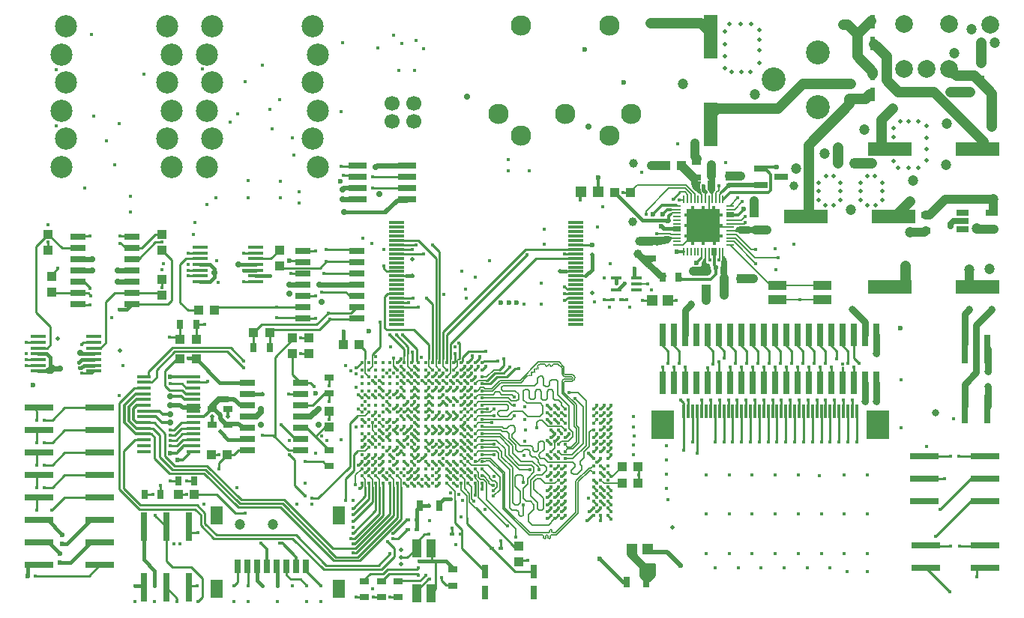
<source format=gtl>
G04 Layer_Physical_Order=1*
G04 Layer_Color=255*
%FSLAX44Y44*%
%MOMM*%
G71*
G01*
G75*
%ADD10C,0.1300*%
%ADD11C,0.4500*%
%ADD12R,0.1900X0.8500*%
%ADD13R,0.8500X0.1900*%
%ADD14R,3.7000X3.7000*%
%ADD15R,1.2000X0.4000*%
%ADD16R,1.7000X0.3000*%
%ADD17R,1.1430X1.2700*%
%ADD18R,0.8000X1.2000*%
%ADD19R,1.0000X1.0000*%
%ADD20R,1.0000X1.0000*%
%ADD21R,0.8000X1.0000*%
%ADD22C,0.4000*%
%ADD23R,0.5500X0.4500*%
%ADD24R,1.0000X0.8000*%
%ADD25R,1.5000X0.6000*%
%ADD26R,1.7000X0.7000*%
%ADD27R,2.0000X0.7000*%
%ADD28R,1.7000X0.4000*%
%ADD29R,0.8000X2.5000*%
%ADD30R,1.5000X0.7000*%
%ADD31R,1.4000X0.7000*%
%ADD32R,0.6000X1.5000*%
%ADD33R,1.4500X2.0000*%
%ADD34R,0.8000X1.5000*%
%ADD35R,0.3000X1.5000*%
%ADD36R,2.5000X3.2000*%
%ADD37R,1.5000X5.0000*%
%ADD38R,5.0000X1.5000*%
%ADD39R,3.2000X0.8000*%
%ADD40R,0.8000X3.2000*%
%ADD41R,1.6000X0.3500*%
%ADD42R,2.0000X1.0000*%
%ADD43R,1.2000X1.2000*%
%ADD44R,1.0000X2.0000*%
%ADD45R,0.7000X1.6000*%
%ADD46C,1.2000*%
%ADD47C,0.2000*%
%ADD48C,0.8000*%
%ADD49C,0.2500*%
%ADD50C,0.4000*%
%ADD51C,0.5000*%
%ADD52C,1.0000*%
%ADD53C,0.1500*%
%ADD54C,0.1840*%
%ADD55C,0.1400*%
%ADD56C,0.3000*%
%ADD57C,0.6000*%
%ADD58C,0.3500*%
%ADD59C,0.3420*%
%ADD60C,0.1340*%
%ADD61C,0.1830*%
%ADD62C,0.1000*%
%ADD63C,0.7000*%
%ADD64C,1.4000*%
%ADD65C,0.2540*%
%ADD66C,2.0000*%
%ADD67C,2.5000*%
%ADD68C,1.7000*%
%ADD69C,2.3000*%
%ADD70C,2.7000*%
%ADD71C,0.8000*%
%ADD72C,0.7000*%
%ADD73C,0.5000*%
%ADD74C,0.6000*%
%ADD75C,1.2000*%
%ADD76C,1.0000*%
G36*
X1005000Y1100000D02*
Y1098000D01*
X1004000Y1095000D01*
X1001000Y1093000D01*
X987000Y1090200D01*
Y1098000D01*
X982800D01*
X982000Y1100000D01*
X993000D01*
X1000000Y1101000D01*
X1005000Y1100000D01*
D02*
G37*
G36*
X1044000Y1071000D02*
X1048000Y1069000D01*
X1048800Y1065000D01*
X1039000D01*
Y1058167D01*
X1037000Y1057000D01*
X1039000Y1071000D01*
X1041000Y1074000D01*
X1042000Y1077000D01*
X1044000D01*
Y1071000D01*
D02*
G37*
G36*
X1067000Y1075000D02*
X1068000Y1072000D01*
X1068000Y1058000D01*
X1060000D01*
Y1051000D01*
X1060000D01*
X1060000Y1062999D01*
X1061000Y1070000D01*
X1062000Y1077000D01*
X1064000Y1079000D01*
X1067000Y1075000D01*
D02*
G37*
G36*
X1054000Y1153000D02*
X1053000Y1152000D01*
X1052000Y1149000D01*
X1050000D01*
X1047000Y1151000D01*
X1046000Y1154000D01*
X1046000Y1174000D01*
X1046000D01*
Y1164000D01*
X1054000D01*
Y1174000D01*
X1054000Y1153000D01*
D02*
G37*
G36*
X1034270Y1163000D02*
X1038000D01*
D01*
X1038000D01*
X1037000Y1158000D01*
X1038000Y1151000D01*
X1035000Y1150000D01*
X1030000Y1154000D01*
X1028000Y1157000D01*
X1026310Y1164762D01*
X1028000Y1164507D01*
Y1163000D01*
X1031730D01*
Y1167000D01*
X1034270D01*
Y1163000D01*
D02*
G37*
G36*
X1103000Y1112000D02*
X1093000D01*
Y1104000D01*
X1103000D01*
Y1104000D01*
X1081000Y1104000D01*
X1080000Y1105000D01*
X1077000Y1106000D01*
Y1108000D01*
X1079000Y1111000D01*
X1083000Y1112000D01*
X1103000Y1112000D01*
D02*
G37*
D10*
X893474Y940876D02*
G03*
X892174Y942176I-1300J0D01*
G01*
Y939576D02*
G03*
X893474Y940876I0J1300D01*
G01*
X881250Y945776D02*
G03*
X884850Y942176I3600J0D01*
G01*
Y939576D02*
G03*
X881250Y935976I0J-3600D01*
G01*
X895774Y940876D02*
G03*
X892174Y944476I-3600J0D01*
G01*
Y937276D02*
G03*
X895774Y940876I0J3600D01*
G01*
X883550Y945776D02*
G03*
X884850Y944476I1300J0D01*
G01*
Y937276D02*
G03*
X883550Y935976I0J-1300D01*
G01*
X860403Y762150D02*
G03*
X859103Y763450I-1300J0D01*
G01*
X860403Y759976D02*
G03*
X861703Y758676I1300J0D01*
G01*
D02*
G03*
X863003Y759976I0J1300D01*
G01*
X864303Y763450D02*
G03*
X863003Y762150I0J-1300D01*
G01*
X865603D02*
G03*
X864303Y763450I-1300J0D01*
G01*
X865603Y759976D02*
G03*
X866903Y758676I1300J0D01*
G01*
D02*
G03*
X868203Y759976I0J1300D01*
G01*
X869503Y763450D02*
G03*
X868203Y762150I0J-1300D01*
G01*
X866250Y765750D02*
G03*
X867250Y766750I0J1000D01*
G01*
X868550Y769479D02*
G03*
X867250Y768179I0J-1300D01*
G01*
X869850D02*
G03*
X868550Y769479I-1300J0D01*
G01*
X869850Y767050D02*
G03*
X871150Y765750I1300J0D01*
G01*
X862450Y955200D02*
G03*
X861150Y956500I-1300J0D01*
G01*
X862450Y954872D02*
G03*
X863750Y953572I1300J0D01*
G01*
D02*
G03*
X865050Y954872I0J1300D01*
G01*
X866350Y956500D02*
G03*
X865050Y955200I0J-1300D01*
G01*
X867650D02*
G03*
X866350Y956500I-1300J0D01*
G01*
X867650Y954872D02*
G03*
X868950Y953572I1300J0D01*
G01*
D02*
G03*
X870250Y954872I0J1300D01*
G01*
X871550Y956500D02*
G03*
X870250Y955200I0J-1300D01*
G01*
X844672Y943631D02*
G03*
X842833Y943631I-919J-919D01*
G01*
X844904Y943399D02*
G03*
X846742Y943399I919J919D01*
G01*
D02*
G03*
X846742Y945237I-919J919D01*
G01*
X846510Y947308D02*
G03*
X846510Y945469I919J-919D01*
G01*
X848349Y947308D02*
G03*
X846510Y947308I-919J-919D01*
G01*
X848581Y947076D02*
G03*
X850419Y947076I919J919D01*
G01*
D02*
G03*
X850419Y948914I-919J919D01*
G01*
X850187Y950985D02*
G03*
X850187Y949146I919J-919D01*
G01*
X852026Y950985D02*
G03*
X850187Y950985I-919J-919D01*
G01*
X852258Y950753D02*
G03*
X854096Y950753I919J919D01*
G01*
D02*
G03*
X854096Y952591I-919J919D01*
G01*
X853864Y954661D02*
G03*
X853864Y952823I919J-919D01*
G01*
X916798Y889620D02*
X920764Y893586D01*
X884850Y942176D02*
X892174D01*
X884850Y939576D02*
X892174D01*
X881250Y945776D02*
X881250Y952000D01*
X881250Y945776D02*
Y945776D01*
Y935976D02*
X881250Y923297D01*
X845000Y765750D02*
X866250D01*
X884850Y944476D02*
X892174D01*
X884850Y937276D02*
X892174D01*
X883550Y945776D02*
Y952953D01*
Y924250D02*
Y935976D01*
X913948Y836402D02*
X916798Y833552D01*
X912500Y836402D02*
X913948D01*
X899250Y823152D02*
X912500Y836402D01*
X899250Y787997D02*
Y823152D01*
X874703Y763450D02*
X899250Y787997D01*
X844047Y763450D02*
X858250D01*
X859103D01*
X860403Y759976D02*
Y762150D01*
X863003Y759976D02*
Y762150D01*
X865603Y759976D02*
Y762150D01*
X868203Y759976D02*
Y762150D01*
X869503Y763450D02*
X870803D01*
X873403D01*
X874703D01*
X814200Y793297D02*
X844047Y763450D01*
X814200Y793297D02*
Y832800D01*
X799500Y847500D02*
X814200Y832800D01*
X795400Y847500D02*
X799500D01*
X793900Y846000D02*
X795400Y847500D01*
X913948Y838702D02*
X916798Y841552D01*
X911547Y838702D02*
X913948D01*
X896950Y824105D02*
X911547Y838702D01*
X896950Y788950D02*
Y824105D01*
X873750Y765750D02*
X896950Y788950D01*
X867250Y766750D02*
Y768179D01*
X869850Y767050D02*
Y768179D01*
X871150Y765750D02*
X872450D01*
X873750D01*
X816500Y794250D02*
X845000Y765750D01*
X816500Y794250D02*
Y833753D01*
X800453Y849800D02*
X816500Y833753D01*
X796250Y849800D02*
X800453D01*
X876750Y956500D02*
X881250Y952000D01*
X855703Y956500D02*
X857250D01*
X859850D01*
X861150D01*
X862450Y954872D02*
Y955200D01*
X865050Y954872D02*
Y955200D01*
X867650Y954872D02*
Y955200D01*
X870250Y954872D02*
Y955200D01*
X871550Y956500D02*
X872850D01*
X875450D01*
X876750D01*
X834703Y935500D02*
X841101Y941899D01*
X841914Y942711D01*
X842833Y943631D01*
X844672D02*
X844904Y943399D01*
X846510Y945469D02*
X846742Y945237D01*
X846510Y947308D02*
X846510Y947308D01*
X848349D02*
X848581Y947076D01*
X850187Y949146D02*
X850419Y948914D01*
X850187Y950985D02*
X850187Y950985D01*
X852026D02*
X852258Y950753D01*
X853864Y952823D02*
X854096Y952591D01*
X853864Y954661D02*
X854783Y955581D01*
X855703Y956500D01*
X812003Y935500D02*
X834703D01*
X802503Y926000D02*
X812003Y935500D01*
X793900Y926000D02*
X802503D01*
X800275Y901999D02*
X804280Y906002D01*
X791001Y901999D02*
X800275D01*
X916798Y897552D02*
X916802D01*
X783000Y902000D02*
X787004Y906004D01*
X796658D01*
X791000Y926000D02*
X793900D01*
X793900Y926000D01*
X783000Y926000D02*
X785900D01*
X787100Y927200D01*
Y927615D01*
X884798Y865552D02*
X887676Y862674D01*
X787100Y927615D02*
X789385Y929900D01*
X792616D01*
X794215Y928300D01*
X884798Y857552D02*
X887620Y860374D01*
X794215Y928300D02*
X801550D01*
X811050Y937800D01*
X833750D01*
X854750Y958800D02*
X877703D01*
X883550Y952953D01*
X881250Y923297D02*
X894950Y909597D01*
X883550Y924250D02*
X897250Y910550D01*
X894950Y886297D02*
Y909597D01*
X897250Y887250D02*
Y910550D01*
X894950Y886297D02*
X897750Y883497D01*
X897250Y887250D02*
X900050Y884450D01*
X897750Y868500D02*
Y883497D01*
X900050Y867547D02*
Y884450D01*
X891924Y862674D02*
X897750Y868500D01*
X892876Y860374D02*
X900050Y867547D01*
X887676Y862674D02*
X891924D01*
X887620Y860374D02*
X892876D01*
X783000Y846000D02*
X785900D01*
X787100Y847200D01*
Y847615D01*
X789385Y849900D01*
X796150D01*
X796250Y849800D01*
X791000Y846000D02*
X793900D01*
X833750Y937800D02*
X854750Y958800D01*
X916798Y897552D02*
X920796Y901550D01*
X916798Y889552D02*
Y889620D01*
D11*
X791000Y822000D02*
D03*
X783000D02*
D03*
X775000D02*
D03*
X767000D02*
D03*
X759000D02*
D03*
X751000D02*
D03*
X743000D02*
D03*
X735000D02*
D03*
X727000D02*
D03*
X719000D02*
D03*
X711000D02*
D03*
X703000D02*
D03*
X695000D02*
D03*
X687000D02*
D03*
X679000D02*
D03*
X671000D02*
D03*
X663000D02*
D03*
X655000D02*
D03*
X791000Y830000D02*
D03*
X783000D02*
D03*
X775000D02*
D03*
X767000D02*
D03*
X759000D02*
D03*
X751000D02*
D03*
X743000D02*
D03*
X735000D02*
D03*
X727000D02*
D03*
X719000D02*
D03*
X711000D02*
D03*
X703000D02*
D03*
X695000D02*
D03*
X687000D02*
D03*
X679000D02*
D03*
X671000D02*
D03*
X663000D02*
D03*
X655000D02*
D03*
X791000Y838000D02*
D03*
X783000D02*
D03*
X775000D02*
D03*
X767000D02*
D03*
X759000D02*
D03*
X751000D02*
D03*
X743000D02*
D03*
X735000D02*
D03*
X727000D02*
D03*
X719000D02*
D03*
X711000D02*
D03*
X703000D02*
D03*
X695000D02*
D03*
X687000D02*
D03*
X679000D02*
D03*
X671000D02*
D03*
X663000D02*
D03*
X655000D02*
D03*
X791000Y846000D02*
D03*
X783000D02*
D03*
X775000D02*
D03*
X767000D02*
D03*
X759000D02*
D03*
X751000D02*
D03*
X743000D02*
D03*
X735000D02*
D03*
X727000D02*
D03*
X719000D02*
D03*
X711000D02*
D03*
X703000D02*
D03*
X695000D02*
D03*
X687000D02*
D03*
X679000D02*
D03*
X671000D02*
D03*
X663000D02*
D03*
X655000D02*
D03*
X791000Y854000D02*
D03*
X783000D02*
D03*
X775000D02*
D03*
X767000D02*
D03*
X759000D02*
D03*
X751000D02*
D03*
X743000D02*
D03*
X735000D02*
D03*
X727000D02*
D03*
X719000D02*
D03*
X711000D02*
D03*
X703000D02*
D03*
X695000D02*
D03*
X687000D02*
D03*
X679000D02*
D03*
X671000D02*
D03*
X663000D02*
D03*
X655000D02*
D03*
X791000Y862000D02*
D03*
X783000D02*
D03*
X775000D02*
D03*
X767000D02*
D03*
X759000D02*
D03*
X751000D02*
D03*
X743000D02*
D03*
X735000D02*
D03*
X727000D02*
D03*
X719000D02*
D03*
X711000D02*
D03*
X703000D02*
D03*
X695000D02*
D03*
X687000D02*
D03*
X679000D02*
D03*
X671000D02*
D03*
X663000D02*
D03*
X655000D02*
D03*
X791000Y870000D02*
D03*
X783000D02*
D03*
X775000D02*
D03*
X767000D02*
D03*
X759000D02*
D03*
X751000D02*
D03*
X743000D02*
D03*
X735000D02*
D03*
X727000D02*
D03*
X719000D02*
D03*
X711000D02*
D03*
X703000D02*
D03*
X695000D02*
D03*
X687000D02*
D03*
X679000D02*
D03*
X671000D02*
D03*
X663000D02*
D03*
X655000D02*
D03*
X791000Y878000D02*
D03*
X783000D02*
D03*
X775000D02*
D03*
X767000D02*
D03*
X759000D02*
D03*
X751000D02*
D03*
X743000D02*
D03*
X735000D02*
D03*
X727000D02*
D03*
X719000D02*
D03*
X711000D02*
D03*
X703000D02*
D03*
X695000D02*
D03*
X687000D02*
D03*
X679000D02*
D03*
X671000D02*
D03*
X663000D02*
D03*
X655000D02*
D03*
X791000Y886000D02*
D03*
X783000D02*
D03*
X775000D02*
D03*
X767000D02*
D03*
X759000D02*
D03*
X751000D02*
D03*
X743000D02*
D03*
X735000D02*
D03*
X727000D02*
D03*
X719000D02*
D03*
X711000D02*
D03*
X703000D02*
D03*
X695000D02*
D03*
X687000D02*
D03*
X679000D02*
D03*
X671000D02*
D03*
X663000D02*
D03*
X655000D02*
D03*
X791000Y894000D02*
D03*
X783000D02*
D03*
X775000D02*
D03*
X767000D02*
D03*
X759000D02*
D03*
X751000D02*
D03*
X743000D02*
D03*
X735000D02*
D03*
X727000D02*
D03*
X719000D02*
D03*
X711000D02*
D03*
X703000D02*
D03*
X695000D02*
D03*
X687000D02*
D03*
X679000D02*
D03*
X671000D02*
D03*
X663000D02*
D03*
X655000D02*
D03*
X791000Y902000D02*
D03*
X783000D02*
D03*
X775000D02*
D03*
X767000D02*
D03*
X759000D02*
D03*
X751000D02*
D03*
X743000D02*
D03*
X735000D02*
D03*
X727000D02*
D03*
X719000D02*
D03*
X711000D02*
D03*
X703000D02*
D03*
X695000D02*
D03*
X687000D02*
D03*
X679000D02*
D03*
X671000D02*
D03*
X663000D02*
D03*
X655000D02*
D03*
X791000Y910000D02*
D03*
X783000D02*
D03*
X775000D02*
D03*
X767000D02*
D03*
X759000D02*
D03*
X751000D02*
D03*
X743000D02*
D03*
X735000D02*
D03*
X727000D02*
D03*
X719000D02*
D03*
X711000D02*
D03*
X703000D02*
D03*
X695000D02*
D03*
X687000D02*
D03*
X679000D02*
D03*
X671000D02*
D03*
X663000D02*
D03*
X655000D02*
D03*
X791000Y918000D02*
D03*
X783000D02*
D03*
X775000D02*
D03*
X767000D02*
D03*
X759000D02*
D03*
X751000D02*
D03*
X743000D02*
D03*
X735000D02*
D03*
X727000D02*
D03*
X719000D02*
D03*
X711000D02*
D03*
X703000D02*
D03*
X695000D02*
D03*
X687000D02*
D03*
X679000D02*
D03*
X671000D02*
D03*
X663000D02*
D03*
X655000D02*
D03*
X791000Y926000D02*
D03*
X783000D02*
D03*
X775000D02*
D03*
X767000D02*
D03*
X759000D02*
D03*
X751000D02*
D03*
X743000D02*
D03*
X735000D02*
D03*
X727000D02*
D03*
X719000D02*
D03*
X711000D02*
D03*
X703000D02*
D03*
X695000D02*
D03*
X687000D02*
D03*
X679000D02*
D03*
X671000D02*
D03*
X663000D02*
D03*
X655000D02*
D03*
X791000Y934000D02*
D03*
X783000D02*
D03*
X775000D02*
D03*
X767000D02*
D03*
X759000D02*
D03*
X751000D02*
D03*
X743000D02*
D03*
X735000D02*
D03*
X727000D02*
D03*
X719000D02*
D03*
X711000D02*
D03*
X703000D02*
D03*
X695000D02*
D03*
X687000D02*
D03*
X679000D02*
D03*
X671000D02*
D03*
X663000D02*
D03*
X655000D02*
D03*
X791000Y942000D02*
D03*
X783000D02*
D03*
X775000D02*
D03*
X767000D02*
D03*
X759000D02*
D03*
X751000D02*
D03*
X743000D02*
D03*
X735000D02*
D03*
X727000D02*
D03*
X719000D02*
D03*
X711000D02*
D03*
X703000D02*
D03*
X695000D02*
D03*
X687000D02*
D03*
X679000D02*
D03*
X671000D02*
D03*
X663000D02*
D03*
X655000D02*
D03*
X791000Y950000D02*
D03*
X783000D02*
D03*
X775000D02*
D03*
X767000D02*
D03*
X759000D02*
D03*
X751000D02*
D03*
X743000D02*
D03*
X735000D02*
D03*
X727000D02*
D03*
X719000D02*
D03*
X711000D02*
D03*
X703000D02*
D03*
X695000D02*
D03*
X687000D02*
D03*
X679000D02*
D03*
X671000D02*
D03*
X663000D02*
D03*
X655000D02*
D03*
X791000Y958000D02*
D03*
X783000D02*
D03*
X775000D02*
D03*
X767000D02*
D03*
X759000D02*
D03*
X751000D02*
D03*
X743000D02*
D03*
X735000D02*
D03*
X727000D02*
D03*
X719000D02*
D03*
X711000D02*
D03*
X703000D02*
D03*
X695000D02*
D03*
X687000D02*
D03*
X679000D02*
D03*
X671000D02*
D03*
X663000D02*
D03*
X655000D02*
D03*
D12*
X1019000Y1142750D02*
D03*
X1023000D02*
D03*
X1027000D02*
D03*
X1031000D02*
D03*
X1035000D02*
D03*
X1039000D02*
D03*
X1043000D02*
D03*
X1047000D02*
D03*
X1051000D02*
D03*
X1055000D02*
D03*
X1059000D02*
D03*
X1063000D02*
D03*
Y1083250D02*
D03*
X1059000D02*
D03*
X1055000D02*
D03*
X1051000D02*
D03*
X1047000D02*
D03*
X1043000D02*
D03*
X1039000D02*
D03*
X1035000D02*
D03*
X1031000D02*
D03*
X1027000D02*
D03*
X1023000D02*
D03*
X1019000D02*
D03*
D13*
X1070750Y1135000D02*
D03*
Y1131000D02*
D03*
Y1127000D02*
D03*
Y1123000D02*
D03*
Y1119000D02*
D03*
Y1115000D02*
D03*
Y1111000D02*
D03*
Y1107000D02*
D03*
Y1103000D02*
D03*
Y1099000D02*
D03*
Y1095000D02*
D03*
Y1091000D02*
D03*
X1011250D02*
D03*
Y1095000D02*
D03*
Y1099000D02*
D03*
Y1103000D02*
D03*
Y1107000D02*
D03*
Y1111000D02*
D03*
Y1115000D02*
D03*
Y1119000D02*
D03*
Y1123000D02*
D03*
Y1127000D02*
D03*
Y1131000D02*
D03*
Y1135000D02*
D03*
D14*
X1041000Y1113000D02*
D03*
D15*
X965652Y1040500D02*
D03*
Y1047000D02*
D03*
Y1053500D02*
D03*
X942348D02*
D03*
Y1040500D02*
D03*
D16*
X897000Y1001000D02*
D03*
Y1006000D02*
D03*
Y1011000D02*
D03*
Y1016000D02*
D03*
Y1021000D02*
D03*
Y1026000D02*
D03*
Y1031000D02*
D03*
Y1036000D02*
D03*
Y1041000D02*
D03*
Y1046000D02*
D03*
Y1051000D02*
D03*
Y1056000D02*
D03*
Y1061000D02*
D03*
Y1066000D02*
D03*
Y1071000D02*
D03*
Y1076000D02*
D03*
Y1081000D02*
D03*
Y1086000D02*
D03*
Y1091000D02*
D03*
Y1096000D02*
D03*
Y1101000D02*
D03*
Y1106000D02*
D03*
Y1111000D02*
D03*
Y1116000D02*
D03*
X694000Y1001000D02*
D03*
Y1006000D02*
D03*
Y1011000D02*
D03*
Y1016000D02*
D03*
Y1021000D02*
D03*
Y1026000D02*
D03*
Y1031000D02*
D03*
Y1036000D02*
D03*
Y1041000D02*
D03*
Y1046000D02*
D03*
Y1051000D02*
D03*
Y1056000D02*
D03*
Y1061000D02*
D03*
Y1066000D02*
D03*
Y1071000D02*
D03*
Y1076000D02*
D03*
Y1081000D02*
D03*
Y1086000D02*
D03*
Y1091000D02*
D03*
Y1096000D02*
D03*
Y1101000D02*
D03*
Y1106000D02*
D03*
Y1111000D02*
D03*
Y1116000D02*
D03*
D17*
X960169Y747127D02*
D03*
X977949D02*
D03*
X982669Y1028127D02*
D03*
X1000449D02*
D03*
D18*
X954000Y710127D02*
D03*
X976000D02*
D03*
X721000Y796000D02*
D03*
X743000D02*
D03*
D19*
X949300Y840500D02*
D03*
X967300D02*
D03*
X468000Y984000D02*
D03*
X450000D02*
D03*
X551000Y992000D02*
D03*
X533000D02*
D03*
X489000Y1017000D02*
D03*
X471000D02*
D03*
X1016000Y1181000D02*
D03*
X998000D02*
D03*
X503000Y854000D02*
D03*
X485000D02*
D03*
X468000Y962000D02*
D03*
X450000D02*
D03*
X595000Y986000D02*
D03*
X577000D02*
D03*
X595000Y968000D02*
D03*
X577000D02*
D03*
X466000Y809000D02*
D03*
X448000D02*
D03*
X940750Y1150500D02*
D03*
X958750D02*
D03*
X949100Y821500D02*
D03*
X967100D02*
D03*
X652000Y978750D02*
D03*
X634000D02*
D03*
D20*
X832250Y732750D02*
D03*
Y750750D02*
D03*
X429000Y1034000D02*
D03*
Y1052000D02*
D03*
X301000Y1103000D02*
D03*
Y1085000D02*
D03*
X429000Y1103000D02*
D03*
Y1085000D02*
D03*
X304500Y1037500D02*
D03*
Y1055500D02*
D03*
X562000Y1067000D02*
D03*
Y1085000D02*
D03*
X618000Y903000D02*
D03*
Y885000D02*
D03*
D21*
X450000Y1001000D02*
D03*
X468000D02*
D03*
X533000Y975000D02*
D03*
X551000D02*
D03*
X995000Y1055000D02*
D03*
X1013000D02*
D03*
X1211000Y1183000D02*
D03*
X1193000D02*
D03*
X448000Y824000D02*
D03*
X466000D02*
D03*
X410000Y809000D02*
D03*
X428000D02*
D03*
X1069000Y1169000D02*
D03*
X1051000D02*
D03*
X1064000Y1053000D02*
D03*
X1082000D02*
D03*
D22*
X924798Y841552D02*
D03*
X932798Y785552D02*
D03*
Y793552D02*
D03*
Y801552D02*
D03*
Y809552D02*
D03*
Y817552D02*
D03*
Y825552D02*
D03*
Y833552D02*
D03*
Y841552D02*
D03*
Y849552D02*
D03*
Y857552D02*
D03*
Y865552D02*
D03*
Y873552D02*
D03*
Y881552D02*
D03*
Y889552D02*
D03*
Y897552D02*
D03*
Y905552D02*
D03*
X924798Y785552D02*
D03*
Y793552D02*
D03*
Y801552D02*
D03*
Y809552D02*
D03*
Y817552D02*
D03*
Y825552D02*
D03*
Y833552D02*
D03*
Y849552D02*
D03*
Y857552D02*
D03*
Y865552D02*
D03*
Y873552D02*
D03*
Y881552D02*
D03*
Y889552D02*
D03*
Y897552D02*
D03*
Y905552D02*
D03*
X916798Y785552D02*
D03*
Y793552D02*
D03*
Y801552D02*
D03*
Y809552D02*
D03*
Y817552D02*
D03*
Y825552D02*
D03*
Y849552D02*
D03*
Y857552D02*
D03*
Y865552D02*
D03*
Y873552D02*
D03*
Y881552D02*
D03*
Y889552D02*
D03*
Y897552D02*
D03*
Y905552D02*
D03*
X884798Y785552D02*
D03*
Y793552D02*
D03*
Y801552D02*
D03*
Y809552D02*
D03*
Y817552D02*
D03*
Y825552D02*
D03*
Y833552D02*
D03*
Y841552D02*
D03*
Y849552D02*
D03*
Y873552D02*
D03*
Y881552D02*
D03*
Y889552D02*
D03*
Y897552D02*
D03*
Y905552D02*
D03*
X876798Y785552D02*
D03*
Y793552D02*
D03*
Y801552D02*
D03*
Y809552D02*
D03*
Y817552D02*
D03*
Y825552D02*
D03*
Y833552D02*
D03*
Y841552D02*
D03*
Y849552D02*
D03*
Y857552D02*
D03*
Y865552D02*
D03*
Y873552D02*
D03*
Y881552D02*
D03*
Y889552D02*
D03*
Y897552D02*
D03*
Y905552D02*
D03*
X868798Y785552D02*
D03*
Y793552D02*
D03*
Y801552D02*
D03*
Y809552D02*
D03*
Y817552D02*
D03*
Y825552D02*
D03*
Y833552D02*
D03*
Y841552D02*
D03*
Y849552D02*
D03*
Y857552D02*
D03*
Y865552D02*
D03*
Y873552D02*
D03*
Y881552D02*
D03*
Y889552D02*
D03*
Y897552D02*
D03*
Y905552D02*
D03*
X884798Y865552D02*
D03*
Y857552D02*
D03*
X916798Y841552D02*
D03*
Y833552D02*
D03*
X1263750Y938250D02*
D03*
X1323250Y895000D02*
D03*
X480750Y937000D02*
D03*
X872800Y869551D02*
D03*
X675002Y841999D02*
D03*
X667002D02*
D03*
X659002D02*
D03*
X651002D02*
D03*
X864630Y869720D02*
D03*
X713250Y1031000D02*
D03*
X728250D02*
D03*
X716750Y1091000D02*
D03*
X735250D02*
D03*
X712500Y970000D02*
D03*
X1122000Y1086553D02*
D03*
X872796Y789554D02*
D03*
X864796D02*
D03*
X928800Y893550D02*
D03*
X920799Y861549D02*
D03*
X920796Y845554D02*
D03*
X928796Y837550D02*
D03*
X771000Y890000D02*
D03*
X839550Y881650D02*
D03*
X541000Y754000D02*
D03*
X562000Y753750D02*
D03*
X598750Y804750D02*
D03*
X637000Y802000D02*
D03*
X645000D02*
D03*
X645000Y793000D02*
D03*
X598500Y797750D02*
D03*
X591000Y807000D02*
D03*
X648000Y820000D02*
D03*
X827140Y919190D02*
D03*
X852500Y884250D02*
D03*
X801500Y890000D02*
D03*
X844921Y836666D02*
D03*
X855074D02*
D03*
X659000Y922000D02*
D03*
X651000D02*
D03*
X961750Y853750D02*
D03*
X924798Y779048D02*
D03*
X920800Y789554D02*
D03*
X909800Y779804D02*
D03*
X911800Y789554D02*
D03*
X819750Y773167D02*
D03*
X864800Y909550D02*
D03*
X920796Y821550D02*
D03*
X880796Y821554D02*
D03*
X920796Y797550D02*
D03*
X928796D02*
D03*
X962000Y864900D02*
D03*
X962500Y875250D02*
D03*
X936800Y869550D02*
D03*
X928800D02*
D03*
X872800Y853550D02*
D03*
Y837554D02*
D03*
X779000Y882001D02*
D03*
X804273Y854006D02*
D03*
X778998Y874002D02*
D03*
X804280Y866000D02*
D03*
X880796Y781554D02*
D03*
X838700Y869600D02*
D03*
X1123050Y1062800D02*
D03*
X838740Y893630D02*
D03*
X927000Y1134000D02*
D03*
X480000Y1137000D02*
D03*
X527000Y1164000D02*
D03*
X980000Y1066000D02*
D03*
X1319000Y699010D02*
D03*
X1350000Y716000D02*
D03*
X1001000Y803000D02*
D03*
X941998Y1047998D02*
D03*
X963000Y1065000D02*
D03*
X676000Y1004000D02*
D03*
X687000Y989000D02*
D03*
X921000Y1111000D02*
D03*
X861000Y1109000D02*
D03*
Y1092000D02*
D03*
X842000Y1080000D02*
D03*
X603000Y856000D02*
D03*
X649000Y885000D02*
D03*
X643000Y949000D02*
D03*
X637000Y955000D02*
D03*
X683000Y826000D02*
D03*
X683000Y834000D02*
D03*
X691000D02*
D03*
X698995Y834005D02*
D03*
X671000Y964500D02*
D03*
X675000Y866000D02*
D03*
X683000Y874000D02*
D03*
X659000Y874000D02*
D03*
X683000Y882000D02*
D03*
X521484Y1049500D02*
D03*
X837300Y797050D02*
D03*
X763000Y882000D02*
D03*
X928796Y829550D02*
D03*
X880796Y877554D02*
D03*
X872796Y877550D02*
D03*
X961500Y896750D02*
D03*
X962000Y885500D02*
D03*
X438000Y987000D02*
D03*
X478000Y1001000D02*
D03*
X522000Y952000D02*
D03*
Y960000D02*
D03*
X601000Y931000D02*
D03*
X584000Y1151000D02*
D03*
X1039000Y916000D02*
D03*
X1070800Y953000D02*
D03*
X1045400Y952000D02*
D03*
X1051750Y956200D02*
D03*
X1058100Y959000D02*
D03*
X1064450Y963200D02*
D03*
X795000Y971000D02*
D03*
X780000Y966000D02*
D03*
X771000Y954000D02*
D03*
X560000Y688000D02*
D03*
X421000D02*
D03*
X399000D02*
D03*
X609000D02*
D03*
X593000D02*
D03*
X527000D02*
D03*
X511000D02*
D03*
X470000Y688000D02*
D03*
X446000Y688000D02*
D03*
X779002Y938002D02*
D03*
X794999Y953998D02*
D03*
X771000Y850000D02*
D03*
Y842000D02*
D03*
X779000Y898000D02*
D03*
X771000D02*
D03*
Y906000D02*
D03*
X779000D02*
D03*
X967700Y831000D02*
D03*
X838290Y853480D02*
D03*
X839120Y908140D02*
D03*
X837299Y822696D02*
D03*
X936800Y909550D02*
D03*
X928800Y901550D02*
D03*
X936800D02*
D03*
X920800Y877550D02*
D03*
Y869550D02*
D03*
X936796Y813550D02*
D03*
X928796D02*
D03*
X920796Y805550D02*
D03*
X928796D02*
D03*
X936796D02*
D03*
Y797550D02*
D03*
Y789550D02*
D03*
Y781550D02*
D03*
X864796Y781554D02*
D03*
X880796Y789554D02*
D03*
X872796Y797554D02*
D03*
X864796D02*
D03*
Y805554D02*
D03*
X872796D02*
D03*
X880796Y813554D02*
D03*
X872796D02*
D03*
X864796D02*
D03*
X880796Y805554D02*
D03*
X864796Y829554D02*
D03*
X872796D02*
D03*
X888796Y877550D02*
D03*
X864800Y893550D02*
D03*
Y901550D02*
D03*
X872800D02*
D03*
X880800Y893550D02*
D03*
Y901550D02*
D03*
X864800Y853550D02*
D03*
X880796Y797554D02*
D03*
X804280Y829050D02*
D03*
X827140Y897617D02*
D03*
X872800Y893550D02*
D03*
X828620Y760466D02*
D03*
X804277Y897990D02*
D03*
X920800Y909550D02*
D03*
X928800D02*
D03*
X827138Y909554D02*
D03*
X928800Y861550D02*
D03*
X936800Y853550D02*
D03*
Y861550D02*
D03*
X928800Y885550D02*
D03*
X936800Y877550D02*
D03*
X928800D02*
D03*
X770999Y921998D02*
D03*
X779000Y922000D02*
D03*
Y850000D02*
D03*
X771000Y858000D02*
D03*
X778999Y913998D02*
D03*
X771000Y930000D02*
D03*
X779000Y858000D02*
D03*
X707000Y866000D02*
D03*
X715000Y882000D02*
D03*
Y890000D02*
D03*
Y866000D02*
D03*
X731000Y866000D02*
D03*
X739000D02*
D03*
X731000Y882000D02*
D03*
X675000Y898000D02*
D03*
X707000D02*
D03*
X715000D02*
D03*
Y922000D02*
D03*
X731000Y914000D02*
D03*
X763000Y818000D02*
D03*
X747000Y882000D02*
D03*
Y898000D02*
D03*
X755000Y882000D02*
D03*
X747000Y914000D02*
D03*
X674999Y881998D02*
D03*
X722999Y849998D02*
D03*
X747000Y858000D02*
D03*
X699000Y866000D02*
D03*
X771000Y882000D02*
D03*
X731000Y842000D02*
D03*
X746999Y945998D02*
D03*
X763000Y842000D02*
D03*
X699000Y882000D02*
D03*
X715000Y874000D02*
D03*
X746998Y865998D02*
D03*
X763000Y826000D02*
D03*
X770999Y945998D02*
D03*
X738999Y857998D02*
D03*
X691000Y842000D02*
D03*
X779000Y834000D02*
D03*
X683000Y858000D02*
D03*
Y906000D02*
D03*
X699000Y930000D02*
D03*
X715000Y850000D02*
D03*
Y930000D02*
D03*
X739000D02*
D03*
X747000D02*
D03*
X754998Y929998D02*
D03*
X763000Y930000D02*
D03*
X770999Y913998D02*
D03*
X706999Y825998D02*
D03*
Y841998D02*
D03*
X739000Y842000D02*
D03*
X771000Y834000D02*
D03*
X747000Y842000D02*
D03*
X658999Y833999D02*
D03*
X715000Y834000D02*
D03*
X755000Y826000D02*
D03*
X667000Y922000D02*
D03*
X691000Y850000D02*
D03*
X690999Y889998D02*
D03*
X731000Y930000D02*
D03*
X763000Y834000D02*
D03*
X666999Y833999D02*
D03*
X763000Y898000D02*
D03*
X778999Y929998D02*
D03*
X715000Y842000D02*
D03*
X707000Y882000D02*
D03*
X723000Y826000D02*
D03*
X699000Y906000D02*
D03*
X731000Y898000D02*
D03*
X739000Y882000D02*
D03*
X698999Y897998D02*
D03*
X691000Y906000D02*
D03*
X730999Y921998D02*
D03*
X683000Y890000D02*
D03*
X699000Y858000D02*
D03*
X763000Y914000D02*
D03*
X762999Y857998D02*
D03*
X771000Y866000D02*
D03*
X747000Y850000D02*
D03*
X691000Y858000D02*
D03*
Y882000D02*
D03*
X715000Y858000D02*
D03*
X731000Y906000D02*
D03*
X715000Y914000D02*
D03*
X754999Y865998D02*
D03*
X739000Y898000D02*
D03*
X755000D02*
D03*
Y842000D02*
D03*
Y858000D02*
D03*
Y914000D02*
D03*
X763000Y866000D02*
D03*
X747000Y922000D02*
D03*
X771000Y874000D02*
D03*
X779000Y826000D02*
D03*
X755000Y834000D02*
D03*
X715002Y817999D02*
D03*
X738999Y817998D02*
D03*
X731002Y817999D02*
D03*
X723002D02*
D03*
X707002D02*
D03*
X755500Y804000D02*
D03*
X684000Y756000D02*
D03*
X690000Y765000D02*
D03*
Y759000D02*
D03*
X738999Y825998D02*
D03*
X731002Y825996D02*
D03*
X739000Y834000D02*
D03*
X687000Y742000D02*
D03*
Y693000D02*
D03*
X668000D02*
D03*
X649000Y693000D02*
D03*
X714999Y825998D02*
D03*
X645000Y743000D02*
D03*
X428000Y819000D02*
D03*
X477000Y798000D02*
D03*
X494000Y838000D02*
D03*
X439000Y934000D02*
D03*
X1052750Y1133000D02*
D03*
X1040750D02*
D03*
X1028750D02*
D03*
X1021000Y1101250D02*
D03*
Y1113250D02*
D03*
Y1125250D02*
D03*
X634000Y1170000D02*
D03*
X1048000Y1074000D02*
D03*
X443000Y753000D02*
D03*
X450000D02*
D03*
X491000Y1073000D02*
D03*
X493000Y1049000D02*
D03*
X459000Y1069000D02*
D03*
X559000Y1009000D02*
D03*
Y1020600D02*
D03*
X615000Y1086000D02*
D03*
X610000Y1038000D02*
D03*
X574548Y1058700D02*
D03*
X619000Y1006900D02*
D03*
X335502Y958502D02*
D03*
X339000Y946000D02*
D03*
X632000Y1241500D02*
D03*
X633434Y1319907D02*
D03*
X632000Y1180000D02*
D03*
X612000Y1058700D02*
D03*
X521484Y1082000D02*
D03*
X667000Y1155000D02*
D03*
Y1167700D02*
D03*
X276000Y968000D02*
D03*
Y955000D02*
D03*
Y961500D02*
D03*
Y981000D02*
D03*
X373000Y1009000D02*
D03*
X348000Y1042300D02*
D03*
X301000Y1114000D02*
D03*
X429000Y1063000D02*
D03*
X376000Y1182000D02*
D03*
X301000Y1094000D02*
D03*
X429000Y1043000D02*
D03*
X381000Y1228000D02*
D03*
X394000Y1146000D02*
D03*
X350000Y1329000D02*
D03*
X367000Y1209000D02*
D03*
X409000Y1284000D02*
D03*
X352000Y1237000D02*
D03*
X310000Y1289000D02*
D03*
X382000Y1101000D02*
D03*
X820696Y1174500D02*
D03*
Y1187500D02*
D03*
X844000Y1174500D02*
D03*
X1041000Y1092750D02*
D03*
X1053000D02*
D03*
X1029000D02*
D03*
X1061000Y1100750D02*
D03*
Y1112750D02*
D03*
Y1124750D02*
D03*
X1074000Y868000D02*
D03*
X1064000D02*
D03*
X459000Y1082000D02*
D03*
Y1056000D02*
D03*
X521484Y1062500D02*
D03*
X475000Y1290000D02*
D03*
X515000Y1239000D02*
D03*
X543000Y1294000D02*
D03*
X562000Y1255000D02*
D03*
X577000Y1212000D02*
D03*
X506000Y1230000D02*
D03*
X527000Y1144000D02*
D03*
X563000D02*
D03*
X554000Y1222000D02*
D03*
X563000Y1163000D02*
D03*
X342000Y1155000D02*
D03*
X490000Y1144000D02*
D03*
X603000Y1084100D02*
D03*
Y1007900D02*
D03*
X666999Y897998D02*
D03*
X730999Y857998D02*
D03*
X707000Y874000D02*
D03*
X675000Y850000D02*
D03*
X778998Y945998D02*
D03*
X459000Y1062500D02*
D03*
X286000Y717000D02*
D03*
X394000Y1128000D02*
D03*
X421000Y706000D02*
D03*
X399000D02*
D03*
X288000Y867600D02*
D03*
X296000Y816800D02*
D03*
X288000D02*
D03*
Y791400D02*
D03*
X511000Y706000D02*
D03*
X593000D02*
D03*
X609000D02*
D03*
X560000D02*
D03*
X577000D02*
D03*
X543000D02*
D03*
X527000D02*
D03*
X336000Y952000D02*
D03*
X551000Y1056000D02*
D03*
X675000Y890000D02*
D03*
X658997Y890000D02*
D03*
X673000Y1314000D02*
D03*
X551000Y1244000D02*
D03*
X700000Y1319000D02*
D03*
X691000Y1328000D02*
D03*
X716000Y1322000D02*
D03*
X725000Y1313000D02*
D03*
X578000Y1193000D02*
D03*
X697000Y1288000D02*
D03*
X715000D02*
D03*
X680000Y1086000D02*
D03*
X617000Y1014000D02*
D03*
X603000Y1033300D02*
D03*
X615000Y1072000D02*
D03*
X659000Y850000D02*
D03*
X667000D02*
D03*
X645000Y779000D02*
D03*
Y786000D02*
D03*
Y772000D02*
D03*
X667000Y890000D02*
D03*
X653000Y816000D02*
D03*
X439000Y882000D02*
D03*
Y876000D02*
D03*
Y870000D02*
D03*
Y864000D02*
D03*
X666000Y1093000D02*
D03*
X656000Y1099000D02*
D03*
X296000Y893000D02*
D03*
X288000D02*
D03*
X296000Y867600D02*
D03*
X381000Y921000D02*
D03*
X385000Y955000D02*
D03*
X494000Y854000D02*
D03*
X459000Y963000D02*
D03*
X645000Y765000D02*
D03*
X643000Y759000D02*
D03*
X573000Y870000D02*
D03*
Y854000D02*
D03*
X582000Y798000D02*
D03*
X618000Y932000D02*
D03*
X457000Y809000D02*
D03*
X422000Y785000D02*
D03*
X618000Y914000D02*
D03*
X586000Y986000D02*
D03*
Y968000D02*
D03*
X572100Y922400D02*
D03*
X564000Y888000D02*
D03*
X457000Y824000D02*
D03*
X419000Y809000D02*
D03*
X439000Y824000D02*
D03*
X514000Y817000D02*
D03*
X542874Y876000D02*
D03*
X1041000Y1158000D02*
D03*
X1013500Y1141750D02*
D03*
X1006500Y1143000D02*
D03*
X976000Y1126000D02*
D03*
X1088000Y1116000D02*
D03*
X1088000Y1123000D02*
D03*
X1079750Y1144000D02*
D03*
X1150000Y1029000D02*
D03*
X1066000Y1184000D02*
D03*
X1012000Y1205000D02*
D03*
X1085000Y1140000D02*
D03*
X1143000Y1092000D02*
D03*
X1058000Y1158000D02*
D03*
X1094000Y868000D02*
D03*
X719000Y726000D02*
D03*
X719000Y718000D02*
D03*
X720000Y734000D02*
D03*
X732000Y713000D02*
D03*
X727000Y718000D02*
D03*
X288000Y842200D02*
D03*
X296000D02*
D03*
X305000Y791000D02*
D03*
X645000Y753000D02*
D03*
X764250Y809000D02*
D03*
X731000Y764000D02*
D03*
X1077150Y957200D02*
D03*
X1089850D02*
D03*
X1102550D02*
D03*
X1115250D02*
D03*
X1127950D02*
D03*
X1140650D02*
D03*
X1153350D02*
D03*
X1166050D02*
D03*
X1178750D02*
D03*
X1191450Y962200D02*
D03*
X1204150Y957200D02*
D03*
X1059000Y916000D02*
D03*
X1084000Y868000D02*
D03*
X1114000D02*
D03*
X1104000D02*
D03*
X1194000D02*
D03*
X1144000D02*
D03*
X1204000D02*
D03*
X1214000D02*
D03*
X1079000Y916000D02*
D03*
X1109000D02*
D03*
X1099000D02*
D03*
X1089000D02*
D03*
X1159000Y916000D02*
D03*
X1179000Y916000D02*
D03*
X1169000D02*
D03*
X1199000D02*
D03*
X1189000Y916000D02*
D03*
X1209000Y916000D02*
D03*
X1049000D02*
D03*
X1054000Y868000D02*
D03*
X1083500Y953000D02*
D03*
X1121600D02*
D03*
X1134300D02*
D03*
X1108900D02*
D03*
X1096200D02*
D03*
X1172400D02*
D03*
X1185100D02*
D03*
X1159700D02*
D03*
X1210500D02*
D03*
X1197800Y956000D02*
D03*
X1007300Y953000D02*
D03*
X994600D02*
D03*
X1020000D02*
D03*
X1013650Y957200D02*
D03*
X1000950D02*
D03*
X1147000Y953000D02*
D03*
X755250Y811000D02*
D03*
X787000Y954000D02*
D03*
X779000D02*
D03*
X788000Y965000D02*
D03*
X1216350Y957200D02*
D03*
X762998Y945998D02*
D03*
X1069000Y916000D02*
D03*
X731000Y946000D02*
D03*
X738999Y945998D02*
D03*
X723000Y938000D02*
D03*
X739001Y937998D02*
D03*
X747001D02*
D03*
X755001D02*
D03*
X731001D02*
D03*
X771001D02*
D03*
X763000Y938000D02*
D03*
X895971Y917460D02*
D03*
X680000Y1067000D02*
D03*
X718998Y1020998D02*
D03*
X707750Y1026000D02*
D03*
X711998Y1086002D02*
D03*
X724996Y1081000D02*
D03*
X884000Y1036000D02*
D03*
Y1081000D02*
D03*
X884000Y1028000D02*
D03*
X858000Y1024000D02*
D03*
X694000Y989000D02*
D03*
X701000D02*
D03*
X884000Y1044000D02*
D03*
X858000Y1048000D02*
D03*
X799000Y1073000D02*
D03*
X748000Y1035000D02*
D03*
X773000Y1031000D02*
D03*
X772000Y1040920D02*
D03*
X783000Y1055000D02*
D03*
X1184000Y868000D02*
D03*
X1174000D02*
D03*
X1164000D02*
D03*
X1139000Y916000D02*
D03*
X1149000Y916000D02*
D03*
X1154000Y868000D02*
D03*
X1129000Y916000D02*
D03*
X1119000Y916000D02*
D03*
X1124000Y868000D02*
D03*
X1134000D02*
D03*
X1044000Y742000D02*
D03*
X1069973Y742000D02*
D03*
X1096000Y742000D02*
D03*
X1122000D02*
D03*
X1148000D02*
D03*
X1174000D02*
D03*
X1200000D02*
D03*
X1226000D02*
D03*
X1226000Y787000D02*
D03*
X1200000D02*
D03*
X1174000D02*
D03*
X1148000D02*
D03*
X1122000D02*
D03*
X1096000D02*
D03*
X1069974Y787000D02*
D03*
X1044000Y787000D02*
D03*
X1226000Y831000D02*
D03*
X1200000D02*
D03*
X1148000D02*
D03*
X1122000D02*
D03*
X1096000D02*
D03*
X1069974Y831000D02*
D03*
X1044000Y831000D02*
D03*
X1172000Y830000D02*
D03*
X1053973Y725974D02*
D03*
X1080000Y726046D02*
D03*
X1106000Y725974D02*
D03*
X1132000D02*
D03*
X1157973D02*
D03*
X1183973Y725974D02*
D03*
X1202973Y721973D02*
D03*
X1225974Y721973D02*
D03*
X618000Y894000D02*
D03*
X815000Y962000D02*
D03*
X838000Y1024000D02*
D03*
X769000Y802000D02*
D03*
X610000Y875000D02*
D03*
X768000Y1061000D02*
D03*
X584000Y1138000D02*
D03*
X952000Y1048000D02*
D03*
X1320000Y852000D02*
D03*
X1293000Y863000D02*
D03*
X999000Y816000D02*
D03*
X1034000Y856000D02*
D03*
X1029000Y868000D02*
D03*
X1019000Y859000D02*
D03*
X1303500Y761500D02*
D03*
X1329000Y852000D02*
D03*
X1313000Y827000D02*
D03*
X1320000Y751000D02*
D03*
X1330000D02*
D03*
X1015000Y916000D02*
D03*
X1024000Y916000D02*
D03*
X1100000Y1086000D02*
D03*
X999000Y864000D02*
D03*
Y848000D02*
D03*
Y832000D02*
D03*
X978000Y1047000D02*
D03*
X1125000Y1077000D02*
D03*
X1100000Y1070000D02*
D03*
X988000Y1104000D02*
D03*
X1058000Y1074000D02*
D03*
X1308000Y792000D02*
D03*
X745000Y715000D02*
D03*
X667000Y702000D02*
D03*
X949750Y1150500D02*
D03*
X649000Y945000D02*
D03*
Y952000D02*
D03*
X659000Y866000D02*
D03*
X667000Y866000D02*
D03*
X667000Y874000D02*
D03*
X675000Y874000D02*
D03*
X632080Y871000D02*
D03*
X971000Y1173000D02*
D03*
X761000Y752750D02*
D03*
X523000Y1276000D02*
D03*
X429000Y1094000D02*
D03*
X382000Y1093100D02*
D03*
X348000Y1023000D02*
D03*
X338484Y978000D02*
D03*
X465000Y1103000D02*
D03*
X431000Y1070000D02*
D03*
X381000Y1018000D02*
D03*
X348000Y1101000D02*
D03*
X310000Y1226000D02*
D03*
X616000Y870000D02*
D03*
X523000Y788000D02*
D03*
X469000Y706000D02*
D03*
X470000Y766000D02*
D03*
X888810Y924540D02*
D03*
X803500Y807000D02*
D03*
X910752Y855502D02*
D03*
X674999Y833999D02*
D03*
X707000Y834000D02*
D03*
X920796Y813550D02*
D03*
X911250Y805250D02*
D03*
X880800Y829554D02*
D03*
Y837554D02*
D03*
X591000Y846000D02*
D03*
X779000Y866000D02*
D03*
X936796Y829550D02*
D03*
X1264250Y884750D02*
D03*
X591000Y822000D02*
D03*
X699000Y922000D02*
D03*
X675000Y938000D02*
D03*
X667000D02*
D03*
X683000Y914000D02*
D03*
X674999Y929998D02*
D03*
X675000Y922000D02*
D03*
X691000Y922000D02*
D03*
X683000Y922000D02*
D03*
X658999Y905998D02*
D03*
X651000Y906000D02*
D03*
X658800Y913900D02*
D03*
X707000Y906000D02*
D03*
X715000D02*
D03*
X707000Y914000D02*
D03*
X634000Y993250D02*
D03*
X648250Y929750D02*
D03*
X682999Y945998D02*
D03*
X691000Y963500D02*
D03*
X699000Y962000D02*
D03*
X715000Y954000D02*
D03*
X722000Y964000D02*
D03*
X699000Y954000D02*
D03*
X715000Y946000D02*
D03*
X707000D02*
D03*
X699000D02*
D03*
X691000D02*
D03*
X715000Y938000D02*
D03*
X706999Y937998D02*
D03*
X698999D02*
D03*
X687919Y976169D02*
D03*
X794500Y791750D02*
D03*
X731187Y779563D02*
D03*
X929000Y1053625D02*
D03*
X918170Y1026920D02*
D03*
X954500Y1029250D02*
D03*
X934875Y1020750D02*
D03*
X929000Y1029250D02*
D03*
X982419Y1039919D02*
D03*
X1010250Y1028000D02*
D03*
X935750Y1070250D02*
D03*
X972123Y1028127D02*
D03*
X822000Y952750D02*
D03*
X958000Y1020750D02*
D03*
X936800Y885550D02*
D03*
X872800Y909550D02*
D03*
X936800Y893550D02*
D03*
X809000Y960000D02*
D03*
X832250Y951000D02*
D03*
X796660Y906002D02*
D03*
X804280D02*
D03*
X803290Y819380D02*
D03*
X803270Y813030D02*
D03*
X791140Y814710D02*
D03*
X757000Y771000D02*
D03*
X811830Y756420D02*
D03*
X766750Y783750D02*
D03*
X783000Y808000D02*
D03*
X760000Y975679D02*
D03*
X760037Y968297D02*
D03*
X765000Y980500D02*
D03*
X781538Y801462D02*
D03*
X842420Y734750D02*
D03*
X920796Y901550D02*
D03*
X920800Y893550D02*
D03*
X872796Y781554D02*
D03*
X466250Y1116250D02*
D03*
X901750Y1141500D02*
D03*
X312000Y1065000D02*
D03*
X349250Y1033500D02*
D03*
D23*
X706827Y780435D02*
D03*
X716987D02*
D03*
X706840Y769000D02*
D03*
X717000D02*
D03*
X767080Y764250D02*
D03*
X756920D02*
D03*
X801670Y748250D02*
D03*
X811830D02*
D03*
X938170Y1029250D02*
D03*
X948330D02*
D03*
D24*
X696000Y711000D02*
D03*
Y693000D02*
D03*
X677000Y711000D02*
D03*
Y693000D02*
D03*
X658000Y711000D02*
D03*
Y693000D02*
D03*
X982000Y1076000D02*
D03*
Y1094000D02*
D03*
X1033000Y1185000D02*
D03*
Y1167000D02*
D03*
X1292000Y1125000D02*
D03*
Y1107000D02*
D03*
X486000Y906000D02*
D03*
Y888000D02*
D03*
X504000Y906000D02*
D03*
Y888000D02*
D03*
X618000Y841000D02*
D03*
Y859000D02*
D03*
Y941000D02*
D03*
Y923000D02*
D03*
X1098000Y1108000D02*
D03*
Y1126000D02*
D03*
X1044000Y1061000D02*
D03*
Y1043000D02*
D03*
X758000Y724000D02*
D03*
Y706000D02*
D03*
D25*
X1299992Y1263000D02*
D03*
X1324008D02*
D03*
D26*
X649226Y1084100D02*
D03*
Y1071400D02*
D03*
Y1058700D02*
D03*
Y1046000D02*
D03*
Y1033300D02*
D03*
Y1020600D02*
D03*
Y1007900D02*
D03*
X588774D02*
D03*
Y1020600D02*
D03*
Y1033300D02*
D03*
Y1046000D02*
D03*
Y1058700D02*
D03*
Y1071400D02*
D03*
Y1084100D02*
D03*
X395226Y1100100D02*
D03*
Y1087400D02*
D03*
Y1074700D02*
D03*
Y1062000D02*
D03*
Y1049300D02*
D03*
Y1036600D02*
D03*
Y1023900D02*
D03*
X334774D02*
D03*
Y1036600D02*
D03*
Y1049300D02*
D03*
Y1062000D02*
D03*
Y1074700D02*
D03*
Y1087400D02*
D03*
Y1100100D02*
D03*
X525774Y935100D02*
D03*
Y922400D02*
D03*
Y909700D02*
D03*
Y897000D02*
D03*
Y884300D02*
D03*
Y871600D02*
D03*
Y858900D02*
D03*
X586226D02*
D03*
Y871600D02*
D03*
Y884300D02*
D03*
Y897000D02*
D03*
Y909700D02*
D03*
Y922400D02*
D03*
Y935100D02*
D03*
D27*
X650060Y1142300D02*
D03*
Y1155000D02*
D03*
Y1167700D02*
D03*
Y1180400D02*
D03*
X705940D02*
D03*
Y1167700D02*
D03*
Y1155000D02*
D03*
Y1142300D02*
D03*
D28*
X535242Y1049500D02*
D03*
Y1056000D02*
D03*
Y1062500D02*
D03*
Y1069000D02*
D03*
Y1075500D02*
D03*
Y1082000D02*
D03*
Y1088500D02*
D03*
X472758Y1088500D02*
D03*
Y1082000D02*
D03*
Y1075500D02*
D03*
Y1069000D02*
D03*
Y1062500D02*
D03*
Y1056000D02*
D03*
Y1049500D02*
D03*
X352242Y948500D02*
D03*
Y955000D02*
D03*
Y961500D02*
D03*
Y968000D02*
D03*
Y974500D02*
D03*
Y981000D02*
D03*
Y987500D02*
D03*
X289758Y987500D02*
D03*
Y981000D02*
D03*
Y974500D02*
D03*
Y968000D02*
D03*
Y961500D02*
D03*
Y955000D02*
D03*
Y948500D02*
D03*
D29*
X994600Y935000D02*
D03*
X1197800D02*
D03*
X1210500D02*
D03*
X1185100D02*
D03*
X1172400D02*
D03*
X1159700D02*
D03*
X1147000D02*
D03*
X1134300D02*
D03*
X1121600D02*
D03*
X1108900D02*
D03*
X1096200D02*
D03*
X1083500D02*
D03*
X1070800D02*
D03*
X1058100D02*
D03*
X1045400D02*
D03*
X1032700D02*
D03*
X1020000D02*
D03*
X1007300D02*
D03*
X994600Y989000D02*
D03*
X1007300D02*
D03*
X1020000D02*
D03*
X1032700D02*
D03*
X1045400D02*
D03*
X1058100D02*
D03*
X1070800D02*
D03*
X1083500D02*
D03*
X1096200D02*
D03*
X1108900D02*
D03*
X1121600D02*
D03*
X1134300D02*
D03*
X1147000D02*
D03*
X1159700D02*
D03*
X1172400D02*
D03*
X1197800D02*
D03*
X1210500D02*
D03*
X1185100D02*
D03*
X1223200Y935000D02*
D03*
Y989000D02*
D03*
X1235900D02*
D03*
Y935000D02*
D03*
D30*
X1128557Y1168000D02*
D03*
X1105443Y1158475D02*
D03*
Y1177525D02*
D03*
D31*
X1333230Y1127500D02*
D03*
Y1118000D02*
D03*
Y1108500D02*
D03*
X1366770D02*
D03*
Y1127500D02*
D03*
D32*
X1356000Y1299008D02*
D03*
Y1274992D02*
D03*
X1232000Y1343008D02*
D03*
Y1318992D02*
D03*
Y1285008D02*
D03*
Y1260992D02*
D03*
D33*
X628750Y702000D02*
D03*
X491250D02*
D03*
Y785000D02*
D03*
X628750D02*
D03*
D34*
X592000Y728000D02*
D03*
X515000D02*
D03*
X581000D02*
D03*
X548000D02*
D03*
X559000D02*
D03*
X537000D02*
D03*
X526000D02*
D03*
X570000D02*
D03*
D35*
X1019000Y903000D02*
D03*
X1024000D02*
D03*
X1029000D02*
D03*
X1034000D02*
D03*
X1039000D02*
D03*
X1044000D02*
D03*
X1049000D02*
D03*
X1054000D02*
D03*
X1059000D02*
D03*
X1064000D02*
D03*
X1069000D02*
D03*
X1074000D02*
D03*
X1079000D02*
D03*
X1084000D02*
D03*
X1089000D02*
D03*
X1094000D02*
D03*
X1099000D02*
D03*
X1104000D02*
D03*
X1109000D02*
D03*
X1114000D02*
D03*
X1119000D02*
D03*
X1124000D02*
D03*
X1129000D02*
D03*
X1134000D02*
D03*
X1139000D02*
D03*
X1144000D02*
D03*
X1149000D02*
D03*
X1154000D02*
D03*
X1159000D02*
D03*
X1164000D02*
D03*
X1169000D02*
D03*
X1174000D02*
D03*
X1179000D02*
D03*
X1184000D02*
D03*
X1189000D02*
D03*
X1194000D02*
D03*
X1199000D02*
D03*
X1204000D02*
D03*
X1209000D02*
D03*
X1214000D02*
D03*
D36*
X994870Y887760D02*
D03*
X1238130D02*
D03*
D37*
X1049000Y1326060D02*
D03*
Y1227000D02*
D03*
D38*
X1350530Y1199000D02*
D03*
X1251470D02*
D03*
X1350530Y1044000D02*
D03*
X1251470D02*
D03*
X1156470Y1123000D02*
D03*
X1255530D02*
D03*
D39*
X359290Y754500D02*
D03*
Y729100D02*
D03*
X290710Y754500D02*
D03*
Y729100D02*
D03*
X359290Y830700D02*
D03*
Y805300D02*
D03*
Y779900D02*
D03*
X290710Y830700D02*
D03*
Y805300D02*
D03*
Y779900D02*
D03*
Y856100D02*
D03*
Y881500D02*
D03*
Y906900D02*
D03*
X359290Y856100D02*
D03*
Y881500D02*
D03*
Y906900D02*
D03*
X1359020Y751700D02*
D03*
Y726300D02*
D03*
X1291710D02*
D03*
Y751700D02*
D03*
X1359290Y852400D02*
D03*
Y827000D02*
D03*
Y801600D02*
D03*
X1290710Y852400D02*
D03*
Y827000D02*
D03*
Y801600D02*
D03*
D40*
X459400Y703710D02*
D03*
X434000D02*
D03*
X408600D02*
D03*
X459400Y772290D02*
D03*
X434000D02*
D03*
X408600D02*
D03*
X1336300Y905710D02*
D03*
X1361700D02*
D03*
Y973020D02*
D03*
X1336300D02*
D03*
D41*
X409000Y890250D02*
D03*
Y877250D02*
D03*
Y864250D02*
D03*
Y857750D02*
D03*
Y870750D02*
D03*
Y883750D02*
D03*
Y942250D02*
D03*
Y929250D02*
D03*
Y916250D02*
D03*
Y903250D02*
D03*
Y896750D02*
D03*
Y909750D02*
D03*
Y922750D02*
D03*
Y935750D02*
D03*
X465000Y857750D02*
D03*
Y864250D02*
D03*
Y896750D02*
D03*
Y909750D02*
D03*
Y916250D02*
D03*
Y903250D02*
D03*
Y877250D02*
D03*
Y890250D02*
D03*
Y883750D02*
D03*
Y870750D02*
D03*
Y929250D02*
D03*
Y942250D02*
D03*
Y935750D02*
D03*
Y922750D02*
D03*
D42*
X1175400Y1029000D02*
D03*
Y1045000D02*
D03*
X1124600Y1029000D02*
D03*
Y1045000D02*
D03*
D43*
X902250Y1151250D02*
D03*
X922250D02*
D03*
D44*
X733000Y748400D02*
D03*
X717000D02*
D03*
X733000Y697600D02*
D03*
X717000D02*
D03*
D45*
X849500Y721500D02*
D03*
X794500D02*
D03*
X849500Y698500D02*
D03*
X794500D02*
D03*
D46*
X1355000Y1297000D02*
Y1320000D01*
X1320000Y1264000D02*
X1342000D01*
X1347000Y1282000D02*
X1367000Y1262000D01*
X1261000Y1264000D02*
X1301000D01*
X1357530Y1199000D02*
Y1207470D01*
X1212000Y1183000D02*
X1231000D01*
X981000Y1342000D02*
X1038000D01*
X1199000Y1340000D02*
X1204000D01*
X1215000Y1329000D01*
X1367000Y1225000D02*
Y1262000D01*
X1160000Y1204000D02*
X1206000Y1250000D01*
X1248000Y1277000D02*
Y1304000D01*
X1326540Y1282000D02*
X1347000D01*
X1215000Y1304008D02*
X1232000Y1287008D01*
X1215000Y1304008D02*
Y1329000D01*
X1261530Y1127530D02*
X1274000Y1140000D01*
X1232000Y1285008D02*
Y1287008D01*
X1318430Y1290110D02*
X1326540Y1282000D01*
X1234000Y1318000D02*
X1248000Y1304000D01*
X1215000Y1329000D02*
X1230000Y1344000D01*
X1224000Y1256000D02*
X1229000Y1261000D01*
X1242000Y1232000D02*
X1255000Y1245000D01*
X1242000Y1201000D02*
Y1232000D01*
X1232000Y1284000D02*
Y1285008D01*
X1193000Y1183000D02*
Y1200992D01*
X1206000Y1256000D02*
X1224000D01*
X1206000Y1250000D02*
Y1256000D01*
X1078000Y1245000D02*
X1125000D01*
X1153000Y1273000D01*
X1207000D01*
X1269000Y1046000D02*
Y1067000D01*
X1050000Y1235000D02*
Y1238000D01*
X1057000Y1245000D01*
X1038000Y1342000D02*
X1049000Y1331000D01*
X1057000Y1245000D02*
X1078000D01*
X1160000Y1126530D02*
Y1204000D01*
X1261530Y1123000D02*
Y1127530D01*
X1156470Y1123000D02*
X1160000Y1126530D01*
X1248000Y1277000D02*
X1261000Y1264000D01*
X1301000D02*
X1357530Y1207470D01*
D47*
X1054500Y1111000D02*
X1070750D01*
X1014000Y1141750D02*
X1019000D01*
X1020000Y1151000D02*
X1023000Y1148000D01*
X1014500Y1151000D02*
X1020000D01*
X1075000Y1095000D02*
X1100000Y1070000D01*
X1070750Y1095000D02*
X1075000D01*
X1031000Y1142750D02*
Y1149000D01*
X1070750Y1131000D02*
X1076000D01*
X1070750Y1091000D02*
X1116750Y1045000D01*
X1070750Y1119000D02*
X1084000D01*
X1070750Y1107000D02*
X1077000D01*
X1070750Y1135000D02*
X1079750Y1144000D01*
X1011250Y1091000D02*
X1018000D01*
X1070750Y1115000D02*
X1087000D01*
X1070750Y1103000D02*
X1078000D01*
X1059000Y1075000D02*
Y1083250D01*
X1047000Y1075000D02*
X1048000Y1074000D01*
X1039000Y1077000D02*
Y1080000D01*
X1004000Y1103000D02*
X1011250D01*
X1005000Y1099000D02*
X1011250D01*
X1018000Y1091000D02*
X1026625Y1099625D01*
X1047000Y1128250D02*
Y1142750D01*
X1051000D02*
Y1149000D01*
X1055000Y1142750D02*
Y1150000D01*
X1058000Y1153000D01*
X1027000Y1142750D02*
Y1148480D01*
X1023000Y1142750D02*
Y1148000D01*
X1063000Y1077000D02*
Y1083250D01*
X1043000Y1077000D02*
Y1083250D01*
X1047000Y1075000D02*
Y1083250D01*
X1124600Y1045000D02*
X1175400D01*
X1059000Y1142750D02*
Y1148000D01*
X1061000Y1150000D01*
X1043000Y1142750D02*
Y1151000D01*
X1039000Y1142750D02*
Y1148000D01*
X1037000Y1150000D02*
X1039000Y1148000D01*
X1005000Y1127000D02*
X1008000D01*
X1004000Y1131000D02*
X1011250D01*
X1004000Y1126000D02*
X1005000Y1127000D01*
X1020480Y1155000D02*
X1027000Y1148480D01*
X976000Y1126000D02*
Y1129000D01*
X1002000Y1155000D01*
X1020480D01*
X1070750Y1115000D02*
X1070750Y1115000D01*
X1087000D02*
X1088000Y1116000D01*
X1084000Y1119000D02*
X1088000Y1123000D01*
X1018750Y1083000D02*
X1019000Y1083250D01*
X1116750Y1045000D02*
X1124600D01*
Y1029000D02*
X1150000D01*
X1175400D01*
X1076000Y1131000D02*
X1085000Y1140000D01*
X1058000Y1153000D02*
Y1158000D01*
X1078000Y1103000D02*
X1095000Y1086000D01*
X1100000D01*
X1099000Y1077000D02*
X1125000D01*
X1070750Y1099000D02*
X1077000D01*
X1099000Y1077000D01*
X1003000Y1104000D02*
X1004000Y1103000D01*
X988000Y1104000D02*
X1003000D01*
X1058000Y1074000D02*
X1059000Y1075000D01*
X1038000Y1076000D02*
X1039000Y1077000D01*
X1021000Y1159000D02*
X1031000Y1149000D01*
X959000Y1152000D02*
X966000Y1159000D01*
X1021000D01*
X966000Y1047000D02*
X978000D01*
D48*
X972000Y1076000D02*
X992000Y1056000D01*
X995000D01*
X1362300Y948000D02*
Y973020D01*
X974000Y1076000D02*
X982000D01*
X973000Y1077000D02*
X974000Y1076000D01*
X1349000Y947000D02*
Y1000000D01*
X1335700Y933700D02*
X1349000Y947000D01*
X1362300Y908710D02*
Y931000D01*
X1335700Y908710D02*
Y933700D01*
X1336000Y979000D02*
Y1013000D01*
X1341000Y1018000D01*
X1349000Y1000000D02*
X1367000Y1018000D01*
X972000Y1076000D02*
X974000D01*
X967000Y1081000D02*
X972000Y1076000D01*
X1020000Y989000D02*
Y1017000D01*
X1223200Y914000D02*
Y935000D01*
X1235900Y914000D02*
Y935000D01*
X1223200Y989000D02*
Y1004000D01*
X1209200Y1018000D02*
X1223200Y1004000D01*
X1209000Y1018000D02*
X1209200D01*
X1235900Y968000D02*
Y989000D01*
X1020000Y1017000D02*
X1027000Y1024000D01*
D49*
X718000Y748400D02*
Y756000D01*
Y697600D02*
Y701000D01*
X690000Y765000D02*
X706131Y781131D01*
X695840Y759000D02*
X706340Y769500D01*
X479500Y935750D02*
X480750Y937000D01*
X465000Y935750D02*
X479500D01*
X718250Y719000D02*
X719125Y718125D01*
X676000Y709000D02*
X686000Y719000D01*
X768000Y748000D02*
Y769500D01*
X778499Y882502D02*
X779000D01*
X774000Y776000D02*
X828500Y721500D01*
X696000Y712000D02*
X721000D01*
X909800Y779696D02*
X915656Y785552D01*
X654997Y894000D02*
X658997Y890000D01*
X702750Y853750D02*
Y854250D01*
X734000Y734000D02*
Y748400D01*
X654000Y709000D02*
X664480Y719480D01*
X414000Y942250D02*
Y948000D01*
X765037Y962537D02*
Y980500D01*
X699000Y738000D02*
X706600D01*
X717000Y748400D01*
X759000Y958000D02*
X760037Y959037D01*
X760037Y968297D01*
X755000Y979000D02*
X852000Y1076000D01*
X755000Y962000D02*
X755000Y979000D01*
X852000Y1076000D02*
X897000Y1076000D01*
X872800Y869554D02*
X876798Y873552D01*
X675002Y842002D02*
X679000Y846000D01*
X667002Y842002D02*
X671000Y846000D01*
X659002Y842002D02*
X663000Y846000D01*
X651002Y842002D02*
X655000Y846000D01*
X864630Y869720D02*
X868798Y865552D01*
X694000Y1031000D02*
X713250D01*
X728250D02*
X735000Y1024250D01*
X694000Y1091000D02*
X716750Y1091000D01*
X735250D02*
X743000Y1083250D01*
X739000Y962000D02*
X739000Y1076000D01*
X719000Y1096000D02*
X739000Y1076000D01*
X694000Y1096000D02*
X719000Y1096000D01*
X712500Y959500D02*
Y970000D01*
X1006500Y1143000D02*
X1014500Y1151000D01*
X337484Y978000D02*
X340484Y981000D01*
X619000Y1006900D02*
X649226D01*
X872796Y789554D02*
X876794Y793552D01*
X864796Y789554D02*
X868794Y793552D01*
X924802Y889552D02*
X928800Y893550D01*
X920796Y845554D02*
X924794Y849552D01*
X924798Y841548D02*
X928796Y837550D01*
X767000Y886000D02*
X771000Y890000D01*
X760250Y777250D02*
X768000Y769500D01*
Y748000D02*
X794500Y721500D01*
X598750Y804750D02*
X605750D01*
X641500Y840500D01*
X637000Y802000D02*
Y827000D01*
X645000Y793000D02*
X659000Y807000D01*
X579000Y819000D02*
X591000Y807000D01*
X637000Y827000D02*
X646000Y836000D01*
X645000Y786000D02*
X663000Y804000D01*
X924798Y779048D02*
Y785552D01*
X920800Y789554D02*
X924798Y793552D01*
X864800Y909550D02*
X868798Y905552D01*
X916798Y825548D02*
X920796Y821550D01*
X795000Y938000D02*
X797000D01*
X767000Y878000D02*
X771000Y874000D01*
X880796Y821554D02*
X884794Y825552D01*
X916798Y801548D02*
X920796Y797550D01*
X924798Y801548D02*
X928796Y797550D01*
X932802Y865552D02*
X936800Y869550D01*
X924802Y865552D02*
X928800Y869550D01*
X872800Y853550D02*
X876798Y849552D01*
X872800Y837554D02*
X876798Y841552D01*
X967300Y840500D02*
X967700Y840100D01*
X967100Y821500D02*
X967700Y822100D01*
Y831000D01*
X775000Y886000D02*
X778499Y882502D01*
X775000Y878000D02*
X778998Y874002D01*
X793000Y960000D02*
X809000D01*
X791000Y958000D02*
X793000Y960000D01*
X1291710Y726300D02*
X1319000Y699010D01*
X1350000Y716000D02*
Y724000D01*
X1024000Y903000D02*
Y916000D01*
X897000Y1056000D02*
X908000D01*
X676000Y976000D02*
Y1004000D01*
X667000Y967000D02*
X676000Y976000D01*
X681000Y997000D02*
Y1033000D01*
Y997000D02*
X683000Y995000D01*
X840000Y1086000D02*
X897000Y1086000D01*
X747000Y993000D02*
X840000Y1086000D01*
X747000Y962000D02*
X747000Y993000D01*
X897000Y1091000D02*
X915000D01*
X679000Y785000D02*
Y822000D01*
X647000Y753000D02*
X679000Y785000D01*
X603500Y873500D02*
X603500Y873500D01*
X592700Y884300D02*
X603500Y873500D01*
X586226Y884300D02*
X592700D01*
X603500Y873500D02*
X618000Y859000D01*
X641500Y889500D02*
X650000Y898000D01*
X641500Y840500D02*
Y889500D01*
X717000Y724000D02*
X719000Y726000D01*
X684000Y724000D02*
X717000D01*
X679480Y719480D02*
X684000Y724000D01*
X692000Y739000D02*
Y748000D01*
X677000Y724000D02*
X692000Y739000D01*
X684000Y756000D02*
X692000Y748000D01*
X612000Y724000D02*
X677000D01*
X699000Y781000D02*
Y817500D01*
X652500Y734500D02*
X699000Y781000D01*
X679000Y830000D02*
X683000Y826000D01*
X687000Y838000D02*
X691000Y834000D01*
X683000Y874000D02*
X687000Y878000D01*
X683000Y874000D02*
X687000Y870000D01*
X655000D02*
X659000Y874000D01*
X683000Y882000D02*
X687000Y886000D01*
X521484Y1049500D02*
X535242D01*
Y1075500D02*
X552500D01*
X783137Y808137D02*
Y821863D01*
X783000Y822000D02*
X783137Y821863D01*
X763000Y882000D02*
Y882000D01*
X759000Y878000D02*
X763000Y882000D01*
X759000Y886000D02*
X763000Y882000D01*
X767000Y902000D02*
X767000D01*
X924798Y833548D02*
X928796Y829550D01*
X876798Y881552D02*
X880796Y877554D01*
X868798Y881548D02*
X872796Y877550D01*
X868798Y873552D02*
X872796Y877550D01*
X438000Y987000D02*
X448000D01*
X468000Y1001000D02*
X478000D01*
X607100Y995000D02*
X619000Y1006900D01*
X554000Y995000D02*
X607100D01*
X551000Y992000D02*
X554000Y995000D01*
X533000Y992000D02*
X542000Y1001000D01*
X604000D01*
X617000Y1014000D01*
X642626D01*
X450000Y1069000D02*
X456500Y1075500D01*
X450000Y1026000D02*
Y1069000D01*
Y1026000D02*
X459000Y1017000D01*
X551000Y975000D02*
Y992000D01*
X533000Y975000D02*
Y992000D01*
X468000Y984000D02*
Y1001000D01*
X450000Y984000D02*
Y1001000D01*
X507000Y975000D02*
X522000Y960000D01*
X503000Y971000D02*
X522000Y952000D01*
X444000Y971000D02*
X503000D01*
X441000Y975000D02*
X507000D01*
X414000Y948000D02*
X441000Y975000D01*
X423000Y950000D02*
X444000Y971000D01*
X750000Y707000D02*
X757000D01*
X559000Y1020600D02*
X588774D01*
X559000Y1009000D02*
X587874D01*
X642626Y1014000D02*
X649226Y1020600D01*
X641700Y1033300D02*
X649226D01*
X574548Y1058700D02*
X588774D01*
X612000D02*
X649226D01*
X615000Y1072000D02*
X648626D01*
X596900Y935100D02*
X601000Y931000D01*
X586226Y935100D02*
X596900D01*
X573000Y1073000D02*
X587174D01*
X423000Y941000D02*
Y950000D01*
X1039000Y903000D02*
Y916000D01*
X1214000Y868000D02*
Y903000D01*
X1094000Y868000D02*
Y902000D01*
X1114000Y868000D02*
Y903000D01*
X1144000Y868000D02*
Y903000D01*
X1204000Y868000D02*
Y903000D01*
X1074000Y868000D02*
Y903000D01*
X1064000Y868000D02*
Y903000D01*
X1084000Y868000D02*
Y903000D01*
X1104000Y868000D02*
Y903000D01*
X1194000Y868000D02*
Y903000D01*
X1054000Y868000D02*
Y903000D01*
X1045400Y935000D02*
Y952000D01*
X1064450Y963200D02*
Y971200D01*
X1051750Y956200D02*
Y971200D01*
X1070800Y935000D02*
Y953000D01*
X1045400Y977550D02*
X1051750Y971200D01*
X1045400Y977550D02*
Y989000D01*
X1058100Y935000D02*
Y959000D01*
Y977550D02*
X1064450Y971200D01*
X1058100Y977550D02*
Y989000D01*
X780000Y963000D02*
Y966000D01*
X775000Y958000D02*
X780000Y963000D01*
X767000Y950000D02*
X771000Y954000D01*
X470000Y688000D02*
X475000Y693000D01*
X446000Y688000D02*
Y691710D01*
X779002Y938002D02*
X783000Y942000D01*
X791000Y950000D02*
X794998Y953998D01*
X797000Y938000D02*
X805000Y946000D01*
X808000Y942000D02*
X819000D01*
X800000Y934000D02*
X808000Y942000D01*
X757000Y725000D02*
Y727000D01*
X916802Y857552D02*
X920799Y861549D01*
X791000Y814850D02*
Y822000D01*
X932802Y905552D02*
X936800Y909550D01*
X924802Y897552D02*
X928800Y901550D01*
X932802Y897552D02*
X936800Y901550D01*
X916802Y873552D02*
X920800Y877550D01*
X916802Y865552D02*
X920800Y869550D01*
X932798Y833548D02*
X936796Y829550D01*
X932798Y817548D02*
X936796Y813550D01*
X924798Y817548D02*
X928796Y813550D01*
X916798Y809548D02*
X920796Y805550D01*
X924798Y809548D02*
X928796Y805550D01*
X932798Y809548D02*
X936796Y805550D01*
X932798Y801548D02*
X936796Y797550D01*
X932798Y793548D02*
X936796Y789550D01*
X932798Y785548D02*
X936796Y781550D01*
X880796Y781554D02*
X884794Y785552D01*
X864796Y781554D02*
X868794Y785552D01*
X880796Y789554D02*
X884794Y793552D01*
X872796Y797554D02*
X876794Y801552D01*
X864796Y797554D02*
X868794Y801552D01*
X864796Y805554D02*
X868794Y809552D01*
X872796Y805554D02*
X876794Y809552D01*
X880796Y813554D02*
X884794Y817552D01*
X872796Y813554D02*
X876794Y817552D01*
X864796Y813554D02*
X868794Y817552D01*
X880796Y805554D02*
X884794Y809552D01*
X864796Y829554D02*
X868794Y833552D01*
X872796Y829554D02*
X876794Y833552D01*
X884798Y873552D02*
X888796Y877550D01*
X864800Y893550D02*
X868798Y889552D01*
X864800Y901550D02*
X868798Y897552D01*
X872800Y901550D02*
X876798Y897552D01*
X880800Y901550D02*
X884798Y897552D01*
X864800Y853550D02*
X868798Y849552D01*
X880796Y797554D02*
X884794Y801552D01*
X872800Y893550D02*
X876798Y889552D01*
X916802Y905552D02*
X920800Y909550D01*
X924802Y905552D02*
X928800Y909550D01*
X924802Y857552D02*
X928800Y861550D01*
X932802Y849552D02*
X936800Y853550D01*
X932802Y857552D02*
X936800Y861550D01*
X924802Y881552D02*
X928800Y885550D01*
X932802Y873552D02*
X936800Y877550D01*
X924802Y873552D02*
X928800Y877550D01*
X759000Y846000D02*
X763000Y842000D01*
X775000Y901997D02*
Y902000D01*
Y918000D02*
X779000Y922000D01*
X775000Y838000D02*
X779000Y834000D01*
X767000Y862000D02*
X771000Y858000D01*
X767000Y910000D02*
X770998Y913998D01*
X767000Y870000D02*
X771000Y866000D01*
X775000Y910000D02*
X778998Y913998D01*
X778999D01*
X767000Y926000D02*
X771000Y930000D01*
Y930000D01*
X775000Y862000D02*
X779000Y858000D01*
X775000Y926000D02*
X778998Y929998D01*
X703000Y870000D02*
X707000Y874000D01*
X703000Y878000D02*
Y878000D01*
X707000Y898000D02*
X711000Y894000D01*
X735000Y862000D02*
Y862000D01*
Y862000D02*
X739000Y866000D01*
X731000Y866000D02*
X735000Y870000D01*
X743000Y878000D02*
X743000D01*
X727000Y878000D02*
X731000Y882000D01*
X727000Y886000D02*
X731000Y882000D01*
X715000Y890000D02*
X719000Y886000D01*
X743000Y878000D02*
Y878000D01*
X695000Y902000D02*
X699000Y906000D01*
X703000Y902000D02*
Y902000D01*
X699000Y906000D02*
Y906000D01*
X687000Y910000D02*
Y910000D01*
X715000Y906000D02*
X719000Y902000D01*
X743000Y894000D02*
X747000Y898000D01*
X743000Y894000D02*
X743000D01*
X719000Y910000D02*
Y910000D01*
X735000Y910000D02*
Y910000D01*
X727000Y910000D02*
X731000Y914000D01*
X743000Y910000D02*
X743000D01*
X711000Y918000D02*
Y918000D01*
X715000Y922000D01*
X743000Y918000D02*
X747000Y922000D01*
X751000Y878000D02*
Y878000D01*
X747000Y914000D02*
X751000Y910000D01*
X719000Y846000D02*
Y846000D01*
Y846000D02*
X722999Y849998D01*
X727000Y854000D01*
Y854000D01*
X743000D02*
X747000Y858000D01*
X691000D02*
X695000Y862000D01*
Y870000D02*
X699000Y866000D01*
X695000Y870000D02*
X695000D01*
X691000Y882000D02*
X695000Y878000D01*
X691000Y882000D02*
X695000Y886000D01*
X783000Y822000D02*
Y822000D01*
X671000Y791000D02*
Y822000D01*
X699000Y882000D02*
X703000Y886000D01*
X703000D01*
X699002Y897998D02*
X703000Y894000D01*
X727000Y902000D02*
X731000Y906000D01*
X695000Y910000D02*
Y910000D01*
X703000Y918000D02*
X703000D01*
X711000Y910000D02*
X715000Y914000D01*
Y914000D01*
X727000Y918000D02*
X730998Y921998D01*
X730999D01*
X731002D01*
X743000Y862000D02*
Y862000D01*
X746998Y865998D01*
X751000Y869997D02*
Y870000D01*
X751000D02*
X751000D01*
X735000Y894000D02*
Y894000D01*
X735000Y894000D02*
X735000D01*
Y894000D02*
X739000Y898000D01*
X731000Y906000D02*
X735000Y902000D01*
X751000Y894000D02*
X755000Y898000D01*
X751000Y894000D02*
X751000D01*
Y902000D02*
X755000Y898000D01*
X755000D01*
X759000Y830000D02*
X763000Y826000D01*
X767000Y942000D02*
X770998Y945998D01*
X735000Y854000D02*
X738998Y857998D01*
X791000Y934000D02*
X800000D01*
X738998Y945998D02*
X738999D01*
X695000Y783000D02*
Y822000D01*
X667000Y801000D02*
Y817500D01*
X751000Y838000D02*
X755000Y834000D01*
X775000Y830000D02*
X779000Y826000D01*
X691000Y842000D02*
X695000Y846000D01*
X738999Y825999D02*
X743000Y830000D01*
X743000D01*
X683000Y858000D02*
X687000Y862000D01*
X683000Y890000D02*
X687000Y894000D01*
X687000Y878000D02*
X687000D01*
X699000Y858000D02*
X702750Y854250D01*
Y853750D02*
X703000Y854000D01*
X687000Y870000D02*
Y870000D01*
Y894000D02*
Y894000D01*
X691000Y922000D02*
X695000Y926000D01*
Y926000D01*
X715000Y850000D02*
X719000Y854000D01*
X759000Y918000D02*
X763000Y914000D01*
X751000Y926000D02*
Y926000D01*
X715000Y930000D02*
Y930000D01*
X743000Y926000D02*
X747000Y930000D01*
X759000Y926000D02*
Y926000D01*
X751000D02*
X754998Y929998D01*
X663000Y804000D02*
Y822000D01*
X770998Y913998D02*
X770999D01*
X706999Y825998D02*
Y825999D01*
X738999Y833998D02*
Y833999D01*
X703000Y845997D02*
Y846000D01*
X788000Y963000D02*
Y965000D01*
X783000Y958000D02*
X788000Y963000D01*
X727000Y829997D02*
X731001Y825996D01*
X735000Y846000D02*
Y846000D01*
X714999Y825998D02*
Y825999D01*
X719000Y830000D01*
X727000Y942000D02*
X731000Y946000D01*
X687000Y787000D02*
Y822000D01*
X743000Y846000D02*
X747000Y842000D01*
X658999Y833999D02*
X663000Y838000D01*
X715000Y834000D02*
X719000Y838000D01*
X751000Y830000D02*
X755000Y826000D01*
X690999Y889998D02*
Y889999D01*
X695000Y894000D01*
X687000Y926000D02*
X687000D01*
X706999Y937999D02*
X707000Y938000D01*
X751000Y854000D02*
X755000Y858000D01*
X707000Y938000D02*
X711000Y934000D01*
X751001Y918000D02*
X755000Y914000D01*
X751000Y918000D02*
X751001D01*
X755000Y914000D02*
Y914000D01*
X667000Y850000D02*
X671000Y854000D01*
X759000Y838000D02*
X763000Y834000D01*
X775000Y950000D02*
X779000Y954000D01*
X666999Y833999D02*
X671000Y838000D01*
X759000Y854000D02*
X762998Y857998D01*
X762999D01*
X759000Y862000D02*
X763000Y866000D01*
X759000Y870000D02*
X763000Y866000D01*
X759000Y878000D02*
X759000D01*
X759000Y886000D02*
Y886000D01*
Y894000D02*
X763000Y898000D01*
X675000Y850000D02*
X679000Y854000D01*
X778998Y929998D02*
X778999D01*
X783000Y950000D02*
X787000Y954000D01*
X649000Y743000D02*
X691000Y785000D01*
X675000Y874000D02*
X679000Y870000D01*
X703000Y878000D02*
X707000Y882000D01*
X711000Y886000D01*
X711000Y894000D02*
X711000D01*
Y894000D01*
Y870000D02*
X715000Y866000D01*
Y882000D02*
X719000Y878000D01*
X715000Y898000D02*
X719000Y894000D01*
X727000D02*
X731000Y898000D01*
X715000Y906000D02*
X719000Y910000D01*
X718750Y917750D02*
X719000Y918000D01*
X735000Y870000D02*
X735000D01*
Y878000D02*
Y878000D01*
Y886000D02*
X739000Y882000D01*
X735000Y878000D02*
X739000Y882000D01*
X743000Y878000D02*
X747000Y882000D01*
X743000Y918000D02*
Y918000D01*
X747000Y914000D02*
X747000D01*
X759000Y822000D02*
X763000Y818000D01*
X751000Y878000D02*
X755000Y882000D01*
X678997Y878000D02*
X679000D01*
X674999Y881998D02*
X678997Y878000D01*
X767000Y886000D02*
X771000Y882000D01*
X711000Y878000D02*
X715000Y874000D01*
X743000Y869996D02*
X746998Y865998D01*
X743000Y869996D02*
Y870000D01*
X751000Y862000D02*
X754998Y865998D01*
X735000Y902000D02*
X735000D01*
X731002Y921998D02*
X735000Y918000D01*
X743000Y902000D02*
X743000D01*
X738999Y817999D02*
X743000Y822000D01*
X687000Y878000D02*
Y878000D01*
X687000Y862000D02*
X687000D01*
X699000Y930000D02*
X703000Y926000D01*
X711000D02*
X711000D01*
X743000D02*
Y926000D01*
X715000Y930000D02*
X719000Y926000D01*
X759000Y926000D02*
X763000Y930000D01*
X759000Y894000D02*
Y894000D01*
X759000Y902000D02*
X763000Y898000D01*
X767000Y918000D02*
X770998Y921998D01*
X775000Y854000D02*
X779000Y850000D01*
X767000Y901997D02*
Y902000D01*
X719000Y894000D02*
X719000D01*
X727000Y878000D02*
Y878000D01*
X735000Y886000D02*
Y886000D01*
X703000Y910000D02*
Y910000D01*
X727000Y910000D02*
Y910000D01*
X715000Y922000D02*
X719000Y918000D01*
X743000Y910000D02*
X747000Y914000D01*
X751000Y886000D02*
X755000Y882000D01*
X715000Y858000D02*
X719000Y862000D01*
X703000D02*
X703000D01*
X699000Y866000D02*
X703000Y862000D01*
X743000Y942000D02*
X746998Y945998D01*
X715000Y874000D02*
X719000Y870000D01*
X695000Y918000D02*
X699000Y922000D01*
X731000Y906000D02*
Y906000D01*
X735000Y918000D02*
X735000D01*
X699002Y937998D02*
X703000Y934000D01*
X679000Y918000D02*
X679000D01*
X683000Y890000D02*
X683000D01*
X683000Y906000D02*
X687000Y902000D01*
X711000Y926000D02*
X715000Y930000D01*
X735000Y926000D02*
X739000Y930000D01*
X727000Y861997D02*
Y862000D01*
X711000Y846000D02*
X715000Y842000D01*
X759000Y862000D02*
Y862000D01*
X763000Y866000D02*
X763000D01*
X645000Y779000D02*
X667000Y801000D01*
X703000Y926000D02*
X703000D01*
X711000Y854000D02*
X715000Y850000D01*
X751000Y926000D02*
X751000D01*
X592000Y723000D02*
X609000Y706000D01*
X586000Y713000D02*
X593000Y706000D01*
X727000Y846000D02*
X731000Y842000D01*
X695000Y886000D02*
Y886000D01*
X746998Y945998D02*
X746999D01*
X699000Y922000D02*
X703000Y918000D01*
X751000Y869997D02*
X754999Y865999D01*
X735000Y854000D02*
Y854000D01*
X770998Y945998D02*
X770999D01*
X695000Y854000D02*
X699000Y858000D01*
X675002Y929998D02*
X679000Y926000D01*
X703000Y845997D02*
X706999Y841998D01*
X687000Y854000D02*
X691000Y850000D01*
X667000Y922000D02*
X671000Y918000D01*
X727000Y861997D02*
X730999Y857998D01*
X678997Y886000D02*
X679000D01*
X690000Y759000D02*
X695840D01*
X664480Y719480D02*
X679480D01*
X711000Y822000D02*
X715001Y817999D01*
X673950Y709000D02*
X676000D01*
X674000Y729000D02*
X687000Y742000D01*
X691000Y785000D02*
Y817500D01*
X727000Y822000D02*
X731001Y817999D01*
X719000Y822000D02*
X723001Y817999D01*
X703000Y822000D02*
X707001Y817999D01*
X615000Y729000D02*
X674000D01*
X687000Y693000D02*
X696000D01*
X668000D02*
X677000D01*
X649000Y693000D02*
X658000D01*
X515485Y794515D02*
X563485D01*
X517243Y798757D02*
X565243D01*
X570000Y718000D02*
X575000Y713000D01*
X586000D01*
X527000Y706000D02*
Y727000D01*
X570000Y718000D02*
Y728000D01*
X515000Y710000D02*
Y728000D01*
X592000Y723000D02*
Y728000D01*
X646000Y854000D02*
X650000Y858000D01*
X646000Y836000D02*
Y854000D01*
X347190Y717000D02*
X359290Y729100D01*
X286000Y717000D02*
X347190D01*
X645000Y765000D02*
X671000Y791000D01*
X398250Y929250D02*
X409000D01*
X381000Y912000D02*
X398250Y929250D01*
X381000Y815000D02*
Y912000D01*
X398750Y870750D02*
X409000D01*
X386000Y858000D02*
X398750Y870750D01*
X386000Y816000D02*
Y858000D01*
Y816000D02*
X405000Y797000D01*
X469000D01*
X478000Y788000D01*
X428000Y810000D02*
Y819000D01*
X478000Y776000D02*
Y788000D01*
Y776000D02*
X491000Y763000D01*
X488000Y759000D02*
X577000D01*
X473000Y774000D02*
X488000Y759000D01*
X473000Y774000D02*
Y786000D01*
X581000Y763000D02*
X615000Y729000D01*
X491000Y763000D02*
X581000D01*
X577000Y759000D02*
X612000Y724000D01*
X440757Y837243D02*
X478757D01*
X427000Y851000D02*
X440757Y837243D01*
X427000Y851000D02*
Y876000D01*
X438000Y833000D02*
X477000D01*
X421000Y850000D02*
X438000Y833000D01*
X421000Y850000D02*
Y873500D01*
X433000Y851971D02*
X443485Y841485D01*
X480515D01*
X478757Y837243D02*
X517243Y798757D01*
X480515Y841485D02*
X519000Y803000D01*
X477000Y833000D02*
X515485Y794515D01*
X519000Y803000D02*
X567000D01*
X494000Y838000D02*
Y845000D01*
X659000Y807000D02*
Y817500D01*
X675000Y787000D02*
Y817500D01*
X647000Y759000D02*
X675000Y787000D01*
X643000Y759000D02*
X647000D01*
X647760Y1170000D02*
X650060Y1167700D01*
X634000Y1170000D02*
X647760D01*
X406601Y691999D02*
X408600Y690000D01*
X456500Y1075500D02*
X472758D01*
X587874Y1007000D02*
X588774Y1007900D01*
X489000Y1017000D02*
X492600Y1020600D01*
X459000Y1017000D02*
X471000D01*
X616000Y1086000D02*
X647326D01*
X610000Y1038000D02*
X637000D01*
X641700Y1033300D01*
X388700Y1087400D02*
X395226D01*
X375600Y1036600D02*
X395226D01*
X339000Y946000D02*
X349742D01*
X352242Y948500D01*
X276000Y961500D02*
X289758D01*
X276000Y981000D02*
X289758D01*
X276000Y955000D02*
X289758D01*
X632000Y1180000D02*
X649660D01*
X650060Y1180400D01*
X667000Y1167700D02*
X705940D01*
X667000Y1155000D02*
X705940D01*
X521484Y1082000D02*
X535242D01*
X366000Y1027000D02*
X375600Y1036600D01*
X366000Y981000D02*
Y1027000D01*
X287000Y1089000D02*
X301000Y1103000D01*
X287000Y1015000D02*
Y1089000D01*
Y1015000D02*
X303000Y999000D01*
X299500Y974500D02*
X303000Y978000D01*
X395226Y1023900D02*
X435900D01*
X395226Y1074700D02*
X402700D01*
X395226Y1087400D02*
X406400D01*
X334774Y1023900D02*
X341300D01*
X395226Y1036600D02*
X426400D01*
X341300Y1049300D02*
X348000Y1042600D01*
X422000Y1103000D02*
X429000D01*
X406400Y1087400D02*
X422000Y1103000D01*
X440000Y1028000D02*
Y1074000D01*
X429000Y1085000D02*
X440000Y1074000D01*
X301000Y1103000D02*
X316600Y1087400D01*
X334774D01*
X301000Y1085000D02*
Y1094000D01*
X435900Y1023900D02*
X440000Y1028000D01*
X426400Y1036600D02*
X429000Y1034000D01*
Y1043000D02*
Y1052000D01*
X382000Y1101000D02*
X394326D01*
X388700Y1100100D02*
X395226D01*
X388700Y1062000D02*
X395226D01*
X383000Y1093100D02*
X388700Y1087400D01*
X394326Y1101000D02*
X395226Y1100100D01*
X459000Y1082000D02*
X472758D01*
X459000Y1056000D02*
X472758D01*
X738998Y857998D02*
X738999D01*
X727000Y870000D02*
X731000Y866000D01*
X738999Y833999D02*
X743000Y838000D01*
X711000Y846000D02*
Y846000D01*
X731000Y914000D02*
X735000Y910000D01*
X691000Y906000D02*
X695000Y910000D01*
X695000Y853750D02*
Y854000D01*
X735000Y926000D02*
Y926000D01*
X763000Y898000D02*
X763000D01*
X711000Y862000D02*
X715000Y858000D01*
X751000Y846000D02*
X755000Y842000D01*
X767000Y838000D02*
X771000Y834000D01*
X735000Y846000D02*
X739000Y842000D01*
X735000Y942000D02*
X738998Y945998D01*
X758996Y926000D02*
X759000D01*
X743000Y886000D02*
X747000Y882000D01*
X671000Y878000D02*
X671000D01*
X706999Y825999D02*
X711000Y830000D01*
X775000Y942000D02*
X778998Y945998D01*
X459000Y1062500D02*
X472758D01*
X305600Y893000D02*
X319500Y906900D01*
X406310Y706000D02*
X408600Y703710D01*
X475000Y693000D02*
Y714000D01*
X462000Y727000D02*
X475000Y714000D01*
X441000Y727000D02*
X462000D01*
X434000Y734000D02*
X441000Y727000D01*
X434000Y734000D02*
Y772290D01*
X305600Y867600D02*
X319500Y881500D01*
X305600Y816800D02*
X319500Y830700D01*
X511000Y706000D02*
X515000Y710000D01*
X319300Y805300D02*
X359290D01*
X319500Y906900D02*
X359290D01*
X319500Y830700D02*
X359290D01*
X319500Y881500D02*
X359290D01*
X552500Y1075500D02*
X562000Y1085000D01*
Y1067000D02*
X564000Y1065000D01*
X608000D01*
X615000Y1072000D01*
X659000Y850000D02*
X663000Y854000D01*
X655000Y818000D02*
Y822000D01*
X653000Y816000D02*
X655000Y818000D01*
X443000Y882000D02*
X451250Y890250D01*
X439000Y882000D02*
X443000D01*
X446000Y864000D02*
X452750Y870750D01*
X439000Y864000D02*
X446000D01*
X439000Y870000D02*
X445000D01*
X452250Y877250D01*
X439000Y876000D02*
X444000D01*
X451750Y883750D01*
X289758Y974500D02*
X299500D01*
X352242Y974500D02*
X359500D01*
X296000Y893000D02*
X305600D01*
X288000D02*
Y903000D01*
X296000Y867600D02*
X305600D01*
X296000Y816800D02*
X305600D01*
X288000Y791400D02*
Y803400D01*
Y816800D02*
Y828800D01*
Y867600D02*
Y879600D01*
X434000Y703710D02*
X446000Y691710D01*
X515900Y858900D02*
X525774D01*
X511000Y854000D02*
X515900Y858900D01*
X503000Y854000D02*
X511000D01*
X494000Y845000D02*
X503000Y854000D01*
X485000D02*
X494000D01*
X452000Y934000D02*
X456750Y929250D01*
X439000Y934000D02*
X452000D01*
X452000Y927000D02*
X456250Y922750D01*
X420750Y890250D02*
X433000Y878000D01*
Y851971D02*
Y878000D01*
X417250Y877250D02*
X421000Y873500D01*
X419250Y883750D02*
X427000Y876000D01*
X433000Y932000D02*
X438000Y927000D01*
X452000D01*
X433000Y932000D02*
Y949000D01*
X446000Y962000D01*
X450000D01*
X618000Y932000D02*
Y941000D01*
X572100Y858900D02*
X586226D01*
X564000Y888000D02*
X580400Y871600D01*
X586226D01*
X448000Y809000D02*
X457000D01*
X422000Y784290D02*
Y785000D01*
Y784290D02*
X434000Y772290D01*
X618000Y914000D02*
Y923000D01*
X586000Y986000D02*
X595000D01*
X586000Y968000D02*
X595000D01*
X572100Y922400D02*
X586226D01*
X577000Y944326D02*
X586226Y935100D01*
X577000Y944326D02*
Y966000D01*
X466000Y809000D02*
X491000D01*
X457000Y824000D02*
X466000D01*
X381000Y815000D02*
X404000Y792000D01*
X467000D01*
X473000Y786000D01*
X410000Y809000D02*
X419000D01*
X439000Y824000D02*
X448000D01*
X557000Y874000D02*
Y964000D01*
X542874Y876000D02*
X555000D01*
X572100Y858900D01*
X417750Y935750D02*
X423000Y941000D01*
X557000Y964000D02*
X577000Y984000D01*
X456750Y929250D02*
X465000D01*
X451250Y890250D02*
X465000D01*
X451750Y883750D02*
X465000D01*
X409000Y935750D02*
X417750D01*
X452250Y877250D02*
X465000D01*
X452750Y870750D02*
X465000D01*
X409000Y890250D02*
X420750D01*
X409000Y883750D02*
X419250D01*
X409000Y877250D02*
X417250D01*
X456250Y922750D02*
X465000D01*
X492600Y1020600D02*
X559000D01*
X648626Y1072000D02*
X649226Y1071400D01*
X588774Y1084100D02*
X603000D01*
X588774Y1007900D02*
X603000D01*
X588774Y1033300D02*
X603000D01*
X647326Y1086000D02*
X649226Y1084100D01*
X686000Y719000D02*
X718250D01*
X718000Y701000D02*
X730000Y713000D01*
X732000D01*
X721000Y712000D02*
X727000Y718000D01*
X319500Y856100D02*
X359290D01*
X305600Y842200D02*
X319500Y856100D01*
X288000Y842200D02*
Y854200D01*
X296000Y842200D02*
X305600D01*
X305000Y791000D02*
X319300Y805300D01*
X565243Y798757D02*
X626000Y738000D01*
X650000D01*
X695000Y783000D01*
X563485Y794515D02*
X623500Y734500D01*
X652500D01*
X648000Y748000D02*
X687000Y787000D01*
X567000Y803000D02*
X622000Y748000D01*
X648000D01*
X738000Y702600D02*
Y734000D01*
X718000Y756000D02*
X726000Y764000D01*
X731000D01*
X733000Y697600D02*
X738000Y702600D01*
X1070800Y977550D02*
Y989000D01*
Y977550D02*
X1077150Y971200D01*
X1083500Y977550D02*
Y989000D01*
Y977550D02*
X1089850Y971200D01*
X1096200Y977550D02*
Y989000D01*
Y977550D02*
X1102550Y971200D01*
X1108900Y977550D02*
Y989000D01*
Y977550D02*
X1115250Y971200D01*
X1121600Y977550D02*
Y989000D01*
Y977550D02*
X1127950Y971200D01*
X1134300Y977550D02*
Y989000D01*
Y977550D02*
X1140650Y971200D01*
X1147000Y977550D02*
Y989000D01*
Y977550D02*
X1153350Y971200D01*
X1159700Y977550D02*
Y989000D01*
Y977550D02*
X1166050Y971200D01*
X1172400Y977550D02*
Y989000D01*
Y977550D02*
X1178750Y971200D01*
X1185100Y977550D02*
Y989000D01*
Y977550D02*
X1191450Y971200D01*
X1197800Y977550D02*
Y989000D01*
Y977550D02*
X1204150Y971200D01*
X1059000Y903000D02*
Y916000D01*
X1079000Y903000D02*
Y916000D01*
X1109000Y903000D02*
Y916000D01*
X1099000Y903000D02*
Y916000D01*
X1089000Y903000D02*
Y916000D01*
X1159000Y904000D02*
Y916000D01*
X1179000Y903000D02*
Y916000D01*
X1169000Y903000D02*
Y916000D01*
X1199000Y903000D02*
Y916000D01*
X1189000Y904000D02*
Y916000D01*
X1209000Y903000D02*
Y916000D01*
X1049000Y903000D02*
Y916000D01*
X1083500Y935000D02*
Y953000D01*
X1121600Y935000D02*
Y953000D01*
X1134300Y935000D02*
Y953000D01*
X1108900Y935000D02*
Y953000D01*
X1096200Y935000D02*
Y953000D01*
X1172400Y935000D02*
Y953000D01*
X1185100Y935000D02*
Y953000D01*
X1159700Y935000D02*
Y953000D01*
X1210500Y935000D02*
Y953000D01*
X1197800Y935000D02*
Y953000D01*
X1007300Y935000D02*
Y953000D01*
X994600Y935000D02*
Y953000D01*
X1020000Y935000D02*
Y953000D01*
X1210500Y963050D02*
Y989000D01*
X1077150Y957200D02*
Y971200D01*
X1089850Y957200D02*
Y971200D01*
X1102550Y957200D02*
Y971200D01*
X1115250Y957200D02*
Y971200D01*
X1127950Y957200D02*
Y971200D01*
X1140650Y957200D02*
Y971200D01*
X1153350Y957200D02*
Y971200D01*
X1166050Y957200D02*
Y971200D01*
X1204150Y957200D02*
Y971200D01*
X1013650Y957200D02*
Y971200D01*
X1007300Y977550D02*
Y989000D01*
Y977550D02*
X1013650Y971200D01*
X1000950Y957200D02*
Y971200D01*
X994600Y977550D02*
Y989000D01*
Y977550D02*
X1000950Y971200D01*
X1147000Y935000D02*
Y953000D01*
X1210500Y963050D02*
X1216350Y957200D01*
X770998Y921998D02*
X770999D01*
X759000Y942000D02*
X762998Y945998D01*
X727000Y926000D02*
X731000Y930000D01*
X1069000Y903000D02*
Y916000D01*
X735000Y958000D02*
Y963000D01*
X735000Y963000D01*
X763000Y938000D02*
X767000Y934000D01*
X747001Y937998D02*
X747002D01*
X739001D02*
X739002D01*
X755001D02*
X755002D01*
X759000Y934000D01*
X731001Y937998D02*
X731002D01*
X735000Y934000D01*
X747002Y937998D02*
X751000Y934000D01*
X771001Y937998D02*
X771002D01*
X775000Y934000D01*
X739002Y937998D02*
X743000Y934000D01*
X723002Y937998D02*
X727000Y934000D01*
X680000Y1064000D02*
X683000Y1061000D01*
X680000Y1064000D02*
Y1067000D01*
X683000Y1061000D02*
X694000D01*
X886000D02*
X897000D01*
X731000Y962000D02*
X731000Y978000D01*
X684000Y1036000D02*
X694000D01*
Y1021000D02*
X694002Y1020998D01*
X735000Y963000D02*
X735000Y1024250D01*
X743000Y958000D02*
X743000Y1083250D01*
X699000Y1081000D02*
X724996D01*
X693998Y1086002D02*
X694000D01*
X699000D02*
X711998Y1086002D01*
X683000Y995000D02*
X714000Y995000D01*
X731000Y978000D01*
X681000Y1033000D02*
X684000Y1036000D01*
X884000Y1036000D02*
X897000Y1036000D01*
X884000Y1081000D02*
X897000Y1081000D01*
X694000Y1056000D02*
X705000D01*
X887000Y1031000D02*
X897000Y1031000D01*
X884000Y1028000D02*
X887000Y1031000D01*
X694000Y989000D02*
X707000Y976000D01*
X701000Y989000D02*
X717000Y973000D01*
X884000Y1044000D02*
X887000Y1041000D01*
X897000Y1041000D01*
X694000Y1026000D02*
X707750Y1026000D01*
X694002Y1020998D02*
X718998D01*
X751000Y958000D02*
X751000Y989000D01*
X1184000Y868000D02*
Y903000D01*
X1174000Y868000D02*
Y903000D01*
X1164000Y868000D02*
Y903000D01*
X1139000D02*
Y916000D01*
X1149000Y904000D02*
Y916000D01*
X1154000Y868000D02*
Y903000D01*
X1129000Y903000D02*
Y916000D01*
X1119000Y903000D02*
Y916000D01*
X1124000Y868000D02*
Y902000D01*
X1134000Y868000D02*
Y902000D01*
X618000Y894000D02*
Y903000D01*
X810000Y950000D02*
X815000Y955000D01*
Y962000D01*
X805000Y946000D02*
X815000D01*
X586226Y909700D02*
X599700D01*
X613000Y923000D01*
X618000D01*
X751000Y989000D02*
X842000Y1080000D01*
X739000Y898000D02*
X743000Y902000D01*
X602500Y874500D02*
X614000Y886000D01*
X615000Y885000D02*
X618000D01*
X1293000Y852000D02*
X1320000D01*
X1029000Y868000D02*
Y903000D01*
X1019000Y859000D02*
Y903000D01*
X1293000Y751000D02*
X1320000D01*
X1329000Y852000D02*
X1356000D01*
X1330000Y751000D02*
X1357000D01*
X1015000Y916000D02*
X1019000Y912000D01*
Y903000D02*
Y912000D01*
X745000Y712000D02*
X750000Y707000D01*
X745000Y712000D02*
Y715000D01*
X949750Y1150500D02*
X958750D01*
X645000Y753000D02*
X647000D01*
X645000Y743000D02*
X649000D01*
X1034000Y856000D02*
Y903000D01*
X649000Y952000D02*
X655000Y958000D01*
X666999Y897998D02*
X670999Y901998D01*
X655000Y862000D02*
X659000Y866000D01*
X663000Y870000D02*
X667000Y866000D01*
X667000Y874000D02*
X671000Y870000D01*
X659000Y962500D02*
Y971750D01*
X1178750Y957200D02*
Y971200D01*
X1191450Y962200D02*
Y971200D01*
X359500Y974500D02*
X366000Y981000D01*
X303000Y978000D02*
Y999000D01*
X402700Y1074700D02*
X422000Y1094000D01*
X429000D01*
X382000Y1093100D02*
X383000D01*
X334774Y1023900D02*
X335674Y1023000D01*
X348000D01*
X340484Y981000D02*
X352242D01*
X335674Y1101000D02*
X348000D01*
X1286000Y827000D02*
X1290710D01*
X1313000D01*
X579000Y819000D02*
Y848000D01*
X573000Y854000D02*
X579000Y848000D01*
X491000Y809000D02*
X512000Y788000D01*
X523000D01*
X461000Y706000D02*
X469000D01*
X462000Y766000D02*
X470000D01*
X674999Y833999D02*
X679000Y838000D01*
X707000Y834000D02*
X711000Y838000D01*
X916798Y817548D02*
X920796Y813550D01*
X880800Y829554D02*
X884798Y833552D01*
X915656Y785552D02*
X916798D01*
X880800Y837554D02*
X884798Y841552D01*
X591000Y846000D02*
X611000D01*
X616000Y841000D01*
X911800Y789554D02*
X915798Y793552D01*
X775000Y870000D02*
X779000Y866000D01*
X675000Y938000D02*
X679000Y934000D01*
X667000Y938000D02*
X671000Y934000D01*
X683000Y914000D02*
X687000Y910000D01*
X674999Y929998D02*
X675002D01*
X675000Y922000D02*
X679000Y918000D01*
X691000Y922000D02*
X691000D01*
X683000Y922000D02*
X687000Y926000D01*
X703000Y902000D02*
X707000Y906000D01*
X711000Y902000D01*
X703000Y910000D02*
X707000Y914000D01*
X651000Y922000D02*
X655000Y918000D01*
X659000Y922000D02*
X663000Y918000D01*
X691000Y954000D02*
X695000Y950000D01*
X703000Y966000D02*
Y973000D01*
X687000Y989000D02*
X703000Y973000D01*
X711000Y958000D02*
X712500Y959500D01*
X695000Y958000D02*
X699000Y962000D01*
X715000Y954000D02*
X719000Y950000D01*
X717000Y960000D02*
X719000Y958000D01*
X717000Y960000D02*
Y973000D01*
X707000Y968000D02*
Y976000D01*
X699000Y954000D02*
X703000Y950000D01*
X715000Y946000D02*
X719000Y942000D01*
X707000Y946000D02*
X711000Y942000D01*
X699000Y946000D02*
X703000Y942000D01*
X715000Y938000D02*
X719000Y934000D01*
X706999Y937998D02*
Y937999D01*
X698999Y937998D02*
X699002D01*
X652250Y978500D02*
X659000Y971750D01*
X1000576Y1028000D02*
X1010250D01*
X1000449Y1028127D02*
X1000576Y1028000D01*
X972123Y1028127D02*
X982669D01*
X815000Y946000D02*
X821750Y952750D01*
X822000D01*
X948330Y1029250D02*
X954500D01*
X929000D02*
X938170D01*
X929000Y1029250D02*
X929000Y1029250D01*
X932802Y881552D02*
X936800Y885550D01*
X872800Y909550D02*
X876798Y905552D01*
X932802Y889552D02*
X936800Y893550D01*
X819000Y942000D02*
X828000Y951000D01*
X832250D01*
X776000Y971000D02*
X795000D01*
X967700Y831000D02*
Y840100D01*
X756920Y764250D02*
Y770920D01*
X757000Y771000D01*
X760250Y777250D02*
Y802500D01*
X783000Y808000D02*
X783137Y808137D01*
X783750Y793750D02*
X829000Y748500D01*
X774000Y776000D02*
Y782500D01*
X828500Y721500D02*
X849500D01*
X767000Y958000D02*
X769000Y960000D01*
Y964000D01*
X776000Y971000D01*
X811830Y748250D02*
Y756420D01*
X834250Y734750D02*
X842420D01*
X910752Y855502D02*
X910800D01*
X916750Y849552D01*
X872796Y781554D02*
X876794Y785552D01*
X304500Y1055500D02*
Y1057500D01*
X312000Y1065000D01*
X346150Y1036600D02*
X349250Y1033500D01*
X334774Y1036600D02*
X346150D01*
X304500D02*
X334774D01*
D50*
X278000Y717200D02*
Y730200D01*
X972250Y1119000D02*
X1002000D01*
X741000Y797000D02*
X748000Y804000D01*
X635000Y1128000D02*
X682000D01*
X924000Y736000D02*
X949873Y710127D01*
X941998Y1047998D02*
X942000Y1052750D01*
X963000Y1055000D02*
Y1065000D01*
X716987Y780435D02*
Y791987D01*
X949873Y710127D02*
X954000D01*
X535242Y1056000D02*
X551000D01*
X472758Y1049500D02*
X483500D01*
X472758Y1069000D02*
X483500D01*
X489000Y1063500D01*
Y1060000D02*
Y1063500D01*
X915000Y1063000D02*
Y1080000D01*
X908000Y1056000D02*
X915000Y1063000D01*
X300500Y755500D02*
X314000Y742000D01*
X716987Y770000D02*
Y780435D01*
X932798Y865552D02*
X932798Y865552D01*
X716987Y791987D02*
X721000Y796000D01*
X731000D01*
X537000Y712000D02*
Y728000D01*
X560000Y706000D02*
Y727000D01*
X489000Y1055000D02*
Y1060000D01*
X483500Y1049500D02*
X489000Y1055000D01*
X516000Y1069000D02*
X535242D01*
X299000Y968000D02*
X303000Y964000D01*
X335502Y958502D02*
X338500Y961500D01*
X341000Y955000D02*
X352242D01*
X338500Y961500D02*
X352242D01*
X521484Y1062500D02*
X535242D01*
X338000Y952000D02*
X341000Y955000D01*
X399000Y706000D02*
X406310D01*
X336000Y952000D02*
X338000D01*
X337000Y969000D02*
X338000Y968000D01*
X352242D01*
X314000Y732000D02*
X326000D01*
X348500Y754500D01*
X359290D01*
X317000Y753000D02*
X321600D01*
X348500Y779900D01*
X300500D02*
X317000Y763400D01*
Y763000D02*
Y763400D01*
X289758Y968000D02*
X299000D01*
X289758Y948500D02*
X298500D01*
X290710Y754500D02*
X300500D01*
X408600Y735400D02*
Y772290D01*
Y735400D02*
X421000Y723000D01*
Y706000D02*
Y723000D01*
X525774Y922400D02*
X543000D01*
X494900Y935100D02*
X525774D01*
X468000Y962000D02*
X494900Y935100D01*
X459000Y963000D02*
X466000D01*
X537000Y712000D02*
X543000Y706000D01*
X1041000Y1153000D02*
X1043000Y1151000D01*
X1041000Y1153000D02*
Y1158000D01*
X1008000Y1110000D02*
X1009000Y1109000D01*
X750000Y734000D02*
X757000Y727000D01*
X720000Y734000D02*
X734000D01*
X738000D02*
X750000D01*
X734000D02*
X738000D01*
X705000Y1056000D02*
X712000D01*
X879000Y1061000D02*
X886000D01*
X993000Y1112000D02*
X994000D01*
X996000Y1110000D02*
X1008000D01*
X994000Y1112000D02*
X996000Y1110000D01*
X748000Y804000D02*
X755500D01*
X495000Y880000D02*
X504000Y871000D01*
X945500Y1041500D02*
X952000Y1048000D01*
X940750Y1150500D02*
X972250Y1119000D01*
X303000Y953000D02*
Y964000D01*
X298500Y948500D02*
X303000Y953000D01*
X381000Y1018000D02*
X389326D01*
X394326Y1023000D01*
X634000Y978750D02*
Y993250D01*
X504000Y871000D02*
X532000D01*
D51*
X695300Y1141300D02*
X705940D01*
X985000Y725000D02*
X985000D01*
X973000Y725000D02*
X985000D01*
X971000Y717000D02*
X984000D01*
X976000Y712000D02*
X979000D01*
X682000Y1128000D02*
X695300Y1141300D01*
X501000Y889000D02*
X516000D01*
X1069475Y1158475D02*
X1105443D01*
X979000Y712000D02*
X984000Y717000D01*
X985000Y725000D02*
Y729000D01*
Y725000D02*
Y725000D01*
X971000Y720000D02*
X985000D01*
X971000D02*
X971000D01*
Y727000D01*
Y717000D02*
Y720000D01*
X975000Y729000D02*
X985000D01*
X957000Y741000D02*
X971000Y727000D01*
X962000Y742000D02*
X975000Y729000D01*
X979000Y744000D02*
X1000000D01*
X1015000Y729000D01*
X971000Y717000D02*
X971000D01*
X984000D02*
X985000Y718000D01*
X971000Y717000D02*
X976000Y712000D01*
X985000Y720000D02*
Y725000D01*
Y718000D02*
Y720000D01*
X1052500Y1085000D02*
X1053500D01*
X1053000Y1081000D02*
X1053500D01*
X1013000Y1108500D02*
Y1109500D01*
X1073000Y1125000D02*
Y1125500D01*
X1069000Y1124500D02*
Y1125500D01*
X633000Y1154000D02*
X634000Y1155000D01*
X650060D01*
X516000Y889000D02*
X519000Y886000D01*
X487200Y906600D02*
X495000Y898800D01*
Y895000D02*
Y898800D01*
Y895000D02*
X501000Y889000D01*
X439000Y910000D02*
X450000D01*
X453000Y907000D01*
X503000Y917000D02*
X511000D01*
X518000Y910000D01*
X521000D01*
X1009000Y1108500D02*
Y1109000D01*
X1052500Y1081000D02*
X1053000D01*
X1073000Y1124500D02*
Y1125000D01*
X453000Y907000D02*
X471000D01*
D52*
X1350000Y1109000D02*
X1369000D01*
X1064000Y1034000D02*
Y1054000D01*
X1030000Y1061000D02*
X1045000D01*
X970000Y1095000D02*
X982000D01*
X1292000Y1125000D02*
X1296000D01*
X1341000Y1049000D02*
Y1063000D01*
X1290000Y1105000D02*
X1292000Y1107000D01*
X1274000Y1105000D02*
X1290000D01*
X1368000Y1129000D02*
Y1143000D01*
X1296000Y1125000D02*
X1314000Y1143000D01*
X1368000D01*
X1070000Y1169000D02*
X1083000D01*
X1083000Y1053000D02*
X1097000D01*
X1031000Y1191000D02*
Y1206000D01*
X1098000Y1127000D02*
X1098000Y1127000D01*
Y1141000D01*
X982000Y1181000D02*
X995000D01*
X1100000Y1108000D02*
X1113000D01*
X1050000Y1169000D02*
Y1182000D01*
X1044000Y1028000D02*
Y1040000D01*
X1031000Y1191000D02*
X1034000Y1188000D01*
X1016000Y1181000D02*
X1030000Y1167000D01*
D53*
X286000Y905000D02*
X288000Y903000D01*
X763000Y960500D02*
X765037Y962537D01*
X872800Y861554D02*
Y869551D01*
X648000Y820000D02*
Y831000D01*
X865250Y885750D02*
X880600D01*
X884798Y881552D01*
X787000Y866000D02*
X794000D01*
X650000Y898000D02*
X659000D01*
X767000Y878000D02*
X767000D01*
X924798Y825548D02*
X928796Y821550D01*
X767000Y830000D02*
X771000Y826000D01*
X767000Y814000D02*
X774000Y807000D01*
X767000Y814000D02*
Y822000D01*
X771000Y816000D02*
Y826000D01*
X759000Y950000D02*
X763000Y954000D01*
X783000Y862000D02*
X787000Y866000D01*
X868798Y857552D02*
X872800Y861554D01*
X868798Y881548D02*
Y881552D01*
X791000Y854000D02*
X791006Y854006D01*
X666999Y897998D02*
Y897999D01*
X663000Y830000D02*
X667000Y826000D01*
X695000Y830000D02*
X699000Y826000D01*
X766425Y862000D02*
X767000D01*
X751000Y942000D02*
X755000Y946000D01*
X659000D02*
X663000Y942000D01*
X675000Y890000D02*
X679000Y886000D01*
X667000Y882000D02*
X671000Y878000D01*
X667000Y817500D02*
Y826000D01*
X663000Y950000D02*
X667000Y954000D01*
X659000Y946000D02*
Y962500D01*
X667000Y954000D02*
Y962500D01*
X650000Y858000D02*
X659000D01*
X699000Y817500D02*
Y826000D01*
X687000Y830000D02*
X691000Y826000D01*
Y817500D02*
Y826000D01*
X671000Y830000D02*
X675000Y826000D01*
Y817500D02*
Y826000D01*
X655000Y830000D02*
X659000Y826000D01*
Y817500D02*
Y826000D01*
X659000Y898000D02*
X663000Y902000D01*
X659000Y858000D02*
X663000Y862000D01*
X667000Y882000D02*
Y890000D01*
X648000Y831000D02*
X655000Y838000D01*
X739000Y954000D02*
X743000Y950000D01*
X739000Y954000D02*
Y962000D01*
X755000Y946000D02*
Y962000D01*
X731000Y954000D02*
X735000Y950000D01*
X731000Y954000D02*
Y962000D01*
X747000Y954000D02*
Y962000D01*
Y954000D02*
X751000Y950000D01*
X787000Y938000D02*
X795000D01*
X783000Y934000D02*
X787000Y938000D01*
X751000Y822000D02*
X760250Y812750D01*
Y802500D02*
Y812750D01*
X791000Y942000D02*
X796000D01*
X804000Y950000D01*
X810000D01*
X667000Y962500D02*
Y967000D01*
X651000Y906000D02*
X655000Y902000D01*
X703000Y958000D02*
Y966000D01*
X691000Y954000D02*
Y963000D01*
X707000Y954000D02*
X711000Y950000D01*
X707000Y954000D02*
Y968000D01*
X775000Y822000D02*
X779250Y817750D01*
X771000Y816000D02*
X776750Y810250D01*
X794250Y792000D02*
X794500Y791750D01*
X791000Y814850D02*
X791140Y814710D01*
X774000Y782500D02*
Y807000D01*
X779250Y803750D02*
Y817750D01*
X763000Y954000D02*
Y960500D01*
X779250Y803750D02*
X781538Y801462D01*
X776750Y800500D02*
Y810250D01*
Y800500D02*
X783625Y793625D01*
D54*
X790994Y878007D02*
X811192D01*
X793950Y889950D02*
X801500D01*
X787000Y805680D02*
X819631Y773049D01*
X766997Y846000D02*
X770997Y842000D01*
X790991Y838001D02*
X799500Y829492D01*
X791000Y910750D02*
X818500D01*
X766997Y854000D02*
X770997Y850000D01*
X790997Y885247D02*
X813753D01*
X767000Y894003D02*
X771000Y898003D01*
X775000Y894003D02*
X779000Y898003D01*
X791000Y862005D02*
X808245D01*
X813753Y885247D02*
X815750Y883250D01*
X860000Y792750D02*
Y804750D01*
X849500Y815250D02*
X860000Y804750D01*
X849500Y815250D02*
Y823750D01*
X858250Y791000D02*
X860000Y792750D01*
X845750Y807000D02*
X853250Y799500D01*
Y792750D02*
Y799500D01*
Y792750D02*
X855000Y791000D01*
X794844Y922001D02*
X803224Y921981D01*
X853750Y935000D02*
Y940500D01*
X850250Y931500D02*
X853750Y935000D01*
X814801Y931500D02*
X850250D01*
X853750Y940500D02*
X855750Y942500D01*
X858500D01*
X893250Y874500D02*
Y879750D01*
X888250Y869500D02*
X893250Y874500D01*
X880746Y869500D02*
X888250D01*
X859750Y900500D02*
Y908750D01*
X856000Y896750D02*
X859750Y900500D01*
X842750Y896750D02*
X856000D01*
X856500Y912000D02*
X859750Y908750D01*
X841250Y912000D02*
X856500D01*
X836750Y902750D02*
X842750Y896750D01*
X825250Y902750D02*
X836750D01*
X873250Y915750D02*
X877250D01*
X871250Y917750D02*
X873250Y915750D01*
X871250Y917750D02*
Y925250D01*
X880750Y909600D02*
X884798Y905552D01*
X880750Y909600D02*
Y912250D01*
X828440Y926060D02*
X832250Y922250D01*
Y917000D02*
Y922250D01*
X837500Y915750D02*
X841250Y912000D01*
X819750Y897250D02*
X825250Y902750D01*
X855000Y892750D02*
X858250D01*
X852500Y890250D02*
X855000Y892750D01*
X852500Y884250D02*
Y890250D01*
X858250Y892750D02*
X865250Y885750D01*
X865920Y774750D02*
X872440Y781270D01*
X846500Y842250D02*
X849500Y839250D01*
Y834250D02*
Y839250D01*
X842250Y827000D02*
X849500Y834250D01*
X832750Y842250D02*
X846500D01*
X845750Y825500D02*
X851500Y831250D01*
X845750Y807000D02*
Y825500D01*
X842250Y820500D02*
Y827000D01*
X837750Y816000D02*
X842250Y820500D01*
X851500Y831250D02*
X859000D01*
X837750Y804500D02*
Y816000D01*
Y804500D02*
X841000Y801250D01*
X857000Y826750D02*
X862229Y821521D01*
X852500Y826750D02*
X857000D01*
X849500Y823750D02*
X852500Y826750D01*
X855000Y791000D02*
X858250D01*
X859000Y831250D02*
X863750Y836000D01*
Y839750D01*
X861000Y842500D02*
X863750Y839750D01*
X857250Y842500D02*
X861000D01*
X854500Y845250D02*
X857250Y842500D01*
X854500Y845250D02*
Y848000D01*
X851250Y851250D02*
X854500Y848000D01*
X847750Y851250D02*
X851250D01*
X844750Y854250D02*
X847750Y851250D01*
X844750Y854250D02*
Y858000D01*
X842500Y860250D02*
X844750Y858000D01*
X838250Y860250D02*
X842500D01*
X835410Y857410D02*
X838250Y860250D01*
X831590Y857410D02*
X835410D01*
X828750Y860250D02*
X831590Y857410D01*
X828750Y860250D02*
Y865000D01*
X834500Y846500D02*
X847750D01*
X825250Y855750D02*
X834500Y846500D01*
X825250Y855750D02*
Y863950D01*
X821500Y872250D02*
X828750Y865000D01*
X821250Y853750D02*
X832750Y842250D01*
X821250Y853750D02*
Y863500D01*
X811192Y878007D02*
X825250Y863950D01*
X855074Y836666D02*
Y839176D01*
X847750Y846500D02*
X855074Y839176D01*
X810787Y873963D02*
X821250Y863500D01*
X809360Y849371D02*
X822000Y836731D01*
Y794250D02*
Y836731D01*
Y794250D02*
X825000Y791250D01*
X837299Y822696D02*
Y829201D01*
X828500Y829000D02*
X831000Y831500D01*
X835000D01*
X837299Y829201D01*
X833334Y836666D02*
X844921D01*
X816750Y853250D02*
X833334Y836666D01*
X816750Y853250D02*
Y860500D01*
X807244Y870006D02*
X816750Y860500D01*
X791002Y870006D02*
X807244D01*
X813000Y851500D02*
Y857250D01*
X808245Y862005D02*
X813000Y857250D01*
Y851500D02*
X825250Y839250D01*
X834250Y799750D02*
Y812500D01*
X828500Y818250D02*
X834250Y812500D01*
X828500Y818250D02*
Y829000D01*
X805250Y824250D02*
X807750Y821750D01*
Y817510D02*
Y821750D01*
X832000Y786000D02*
Y789250D01*
X830000Y791250D02*
X832000Y789250D01*
X835750Y784250D02*
X837250Y785750D01*
X833750Y784250D02*
X835750D01*
X832000Y786000D02*
X833750Y784250D01*
X893452Y845548D02*
X895750Y843250D01*
Y840000D02*
Y843250D01*
X892000Y836250D02*
X895750Y840000D01*
X865702Y845548D02*
X893452D01*
X892000Y833500D02*
Y836250D01*
X877250Y915750D02*
X880750Y912250D01*
X837500Y915750D02*
Y925750D01*
X839500Y927750D01*
X842250D01*
X811000Y897250D02*
X819750D01*
X809000Y899250D02*
X811000Y897250D01*
X818500Y904000D02*
X820500Y906000D01*
X818500Y910750D02*
X820500Y908750D01*
Y906000D02*
Y908750D01*
X824696Y909554D02*
X827138D01*
X820248Y914001D02*
X824696Y909554D01*
X794844Y914001D02*
X820248D01*
X811000Y904000D02*
X818500D01*
X809000Y902000D02*
X811000Y904000D01*
X809000Y899250D02*
Y902000D01*
X842250Y927750D02*
X844250Y925750D01*
X829750Y914500D02*
X832250Y917000D01*
X824231Y914500D02*
X829750D01*
X820730Y918000D02*
X824231Y914500D01*
X849000Y916250D02*
X851000Y918250D01*
X844250D02*
Y925750D01*
Y918250D02*
X846250Y916250D01*
X849000D01*
X851000Y918250D02*
Y925250D01*
X855750Y927250D02*
X857750Y925250D01*
X851000D02*
X853000Y927250D01*
X855750D01*
X862500Y915750D02*
X864500Y917750D01*
X857750D02*
Y925250D01*
Y917750D02*
X859750Y915750D01*
X862500D01*
X866500Y927250D02*
X869250D01*
X864500Y925250D02*
X866500Y927250D01*
X864500Y917750D02*
Y925250D01*
X869250Y927250D02*
X871250Y925250D01*
X812773Y921910D02*
X824434D01*
X827137Y919207D01*
X809932Y924750D02*
X812773Y921910D01*
X806006Y924750D02*
X809932D01*
X803224Y921981D02*
X806006Y924750D01*
X794000Y858015D02*
X807066D01*
X794000Y873963D02*
X810787D01*
X807066Y858015D02*
X809360Y855722D01*
X794000Y866000D02*
X804280D01*
X876798Y857552D02*
X880829Y853521D01*
X791006Y854006D02*
X804273D01*
X837300Y785750D02*
Y797050D01*
X791003Y893995D02*
X823518D01*
X767000Y902000D02*
X771000Y906000D01*
X791002Y918000D02*
X820730D01*
X876798Y865552D02*
X880746Y869500D01*
X813171Y927330D02*
Y929870D01*
Y927330D02*
X814441Y926060D01*
X872767Y821521D02*
X876798Y825552D01*
X809360Y849371D02*
Y855722D01*
X791001Y893997D02*
X791003Y893995D01*
X823518D02*
X827140Y897617D01*
X880798Y893553D02*
X880800Y893550D01*
X884798Y889552D01*
X889250Y883750D02*
Y909000D01*
Y883750D02*
X893250Y879750D01*
X880829Y853521D02*
X892271D01*
X884798Y849552D02*
X893302D01*
X908250Y864500D01*
X892271Y853521D02*
X905250Y866500D01*
Y908182D01*
X813171Y929870D02*
X814801Y931500D01*
X814441Y926060D02*
X828440D01*
X860500Y933000D02*
Y940500D01*
X858500Y942500D02*
X860500Y940500D01*
X865250Y931000D02*
X867250Y933000D01*
X860500D02*
X862500Y931000D01*
X865250D01*
X867250Y933000D02*
Y936500D01*
X869750Y939000D01*
X875000D01*
X876750Y937250D01*
Y921500D02*
Y937250D01*
Y921500D02*
X889250Y909000D01*
X895971Y917460D02*
X905250Y908182D01*
X912226Y863476D02*
Y879726D01*
X828620Y760466D02*
Y769880D01*
X825000Y791250D02*
X830000D01*
X792536Y882009D02*
X811741D01*
X850250Y857250D02*
X853000D01*
X854500Y858750D01*
Y867250D01*
X856500Y869250D01*
X859250D01*
X861000Y867500D01*
Y860250D02*
Y867500D01*
X855250Y852000D02*
Y854500D01*
X861250Y850000D02*
X865702Y845548D01*
X855250Y852000D02*
X857250Y850000D01*
X861250D01*
X855250Y854500D02*
X861000Y860250D01*
X848500Y859000D02*
X850250Y857250D01*
X848500Y859000D02*
Y862250D01*
X862229Y821521D02*
X872767D01*
X811741Y882009D02*
X813750Y880000D01*
X818750D01*
X821500Y872250D02*
Y877250D01*
X818750Y880000D02*
X821500Y877250D01*
X825250Y799750D02*
X827750Y797250D01*
X831750D01*
X834250Y799750D01*
X825250Y799750D02*
Y839250D01*
X841000Y801250D02*
X845750D01*
X849500Y797500D01*
Y792250D02*
Y797500D01*
X908250Y864500D02*
Y915250D01*
X888810Y924540D02*
X898960D01*
X908250Y915250D01*
X793500Y841952D02*
X797548D01*
X811000Y828500D01*
Y814500D02*
Y828500D01*
X799500Y827676D02*
Y829492D01*
Y827676D02*
X802926Y824250D01*
X805250D01*
X798875Y822125D02*
Y823875D01*
Y822125D02*
X801620Y819380D01*
X803290D01*
X803500Y807000D02*
X811000Y814500D01*
X803270Y813030D02*
X807750Y817510D01*
X795620Y802880D02*
X828620Y769880D01*
X795620Y802880D02*
Y823000D01*
X787000Y805680D02*
Y818750D01*
X906000Y857250D02*
X912226Y863476D01*
X906000Y850500D02*
Y857250D01*
X893750Y831750D02*
X898500D01*
X903500Y836750D01*
X901500Y843000D02*
Y846000D01*
X906000Y850500D01*
X912226Y879726D02*
X914052Y881552D01*
X916798D01*
X903500Y836750D02*
Y841000D01*
Y841000D01*
X901500Y843000D02*
X903500Y841000D01*
X892000Y833500D02*
X893750Y831750D01*
X846250Y864500D02*
X848500Y862250D01*
X834250Y864500D02*
X846250D01*
X825000Y873750D02*
X834250Y864500D01*
X825000Y873750D02*
Y876500D01*
X828500Y880000D01*
X815750Y883250D02*
X818750D01*
X822250Y886750D01*
X826500D01*
X828500Y884750D01*
Y880000D02*
Y884750D01*
X847500Y774750D02*
X865920D01*
X843250Y779000D02*
X847500Y774750D01*
X843250Y779000D02*
Y786000D01*
X849500Y792250D01*
D55*
X782980Y838007D02*
X786950Y834037D01*
X774995Y846005D02*
X779048Y841952D01*
X786950Y889950D02*
X793950D01*
X783000Y886000D02*
X786950Y889950D01*
X783000Y918000D02*
X787001Y922001D01*
X794844D01*
X787003Y858015D02*
X794000D01*
X783000Y854012D02*
X787003Y858015D01*
X787001Y914001D02*
X794844D01*
X786970Y818780D02*
Y823642D01*
Y818780D02*
X787000Y818750D01*
X783000Y827612D02*
X786970Y823642D01*
X783000Y827612D02*
Y830000D01*
X779048Y841952D02*
X793500D01*
X786963Y873963D02*
X794000D01*
X787009Y882009D02*
X792536D01*
X783000Y878000D02*
X787009Y882009D01*
X783000Y870000D02*
X786963Y873963D01*
X786990Y897990D02*
X804277D01*
X783000Y894000D02*
X786990Y897990D01*
X783000Y910000D02*
X787001Y914001D01*
X786950Y828424D02*
X789337Y826036D01*
X791000Y830000D02*
X792750D01*
X798875Y823875D01*
X786950Y828424D02*
Y834037D01*
X789337Y826036D02*
X792584D01*
X795620Y823000D01*
D56*
X1013000Y1056000D02*
X1017000Y1052000D01*
X1009000Y1109000D02*
X1009000Y1109000D01*
X1011000Y1083000D02*
X1018750D01*
X1053000Y1068000D02*
Y1081000D01*
X1073000Y1125000D02*
X1080000D01*
X1086000Y1131000D01*
Y1132000D01*
X1055000Y1058000D02*
Y1066000D01*
X1049000Y1052000D02*
X1055000Y1058000D01*
X1017000Y1052000D02*
X1049000D01*
X1053000Y1068000D02*
X1055000Y1066000D01*
D57*
X307000Y951000D02*
X313000D01*
X304000Y954000D02*
X307000Y951000D01*
X633000Y1143000D02*
X633700Y1142300D01*
X650060D01*
X607000Y1046000D02*
X643152D01*
X573000D02*
X582700D01*
X334774Y1074700D02*
X351000D01*
X379000Y1049300D02*
X395226D01*
X341300Y1062000D02*
X351000D01*
X379000D02*
X388700D01*
X671000Y1179000D02*
X672400Y1180400D01*
X705940D01*
X301000Y949000D02*
X304000D01*
D58*
X487000Y907000D02*
X487200Y906600D01*
X902250Y1148750D02*
Y1151250D01*
X1069000Y1158000D02*
X1069475Y1158475D01*
X447000Y848000D02*
X453000D01*
X460000Y855000D01*
X1063500Y1142500D02*
X1071000Y1150000D01*
X1001000Y1099000D02*
X1004000D01*
X476750Y896750D02*
X486000Y906000D01*
X487000Y907000D01*
X486000Y909000D02*
X487000Y907000D01*
X486000Y888000D02*
Y897000D01*
X504000D02*
Y906000D01*
X439000Y856000D02*
X446000D01*
X454250Y864250D01*
X460000Y855000D02*
Y857000D01*
X439000Y920000D02*
X451000D01*
X454750Y916250D01*
X397000Y894000D02*
X400750Y890250D01*
X397000Y894000D02*
Y906000D01*
X400750Y909750D01*
X392000Y892000D02*
X400250Y883750D01*
X392000Y892000D02*
Y908000D01*
X400250Y916250D01*
X387000Y890000D02*
X399750Y877250D01*
X387000Y890000D02*
Y910000D01*
X399750Y922750D01*
X422250Y896750D02*
X429000Y890000D01*
X439000D01*
X426750Y903250D02*
X430000Y900000D01*
X439000D01*
X1051000Y1150000D02*
Y1153000D01*
X1078000Y1107000D02*
X1081000D01*
X1035000Y1152000D02*
X1037000Y1150000D01*
X994000Y1136000D02*
X1010250D01*
X454750Y916250D02*
X465000D01*
Y896750D02*
X476750D01*
X409000Y903250D02*
X426750D01*
X400750Y909750D02*
X409000D01*
X400750Y890250D02*
X409000D01*
X454250Y864250D02*
X465000D01*
X400250Y916250D02*
X409000D01*
X400250Y883750D02*
X409000D01*
X399750Y922750D02*
X409000D01*
X399750Y877250D02*
X409000D01*
Y896750D02*
X422250D01*
X1000000Y1131000D02*
X1004000D01*
X984000Y1126000D02*
X994000Y1136000D01*
X1002000Y1124000D02*
X1004000Y1126000D01*
X995000Y1126000D02*
X1000000Y1131000D01*
X1002000Y1119000D02*
Y1124000D01*
X1110000Y1178000D02*
X1117000Y1171000D01*
X1071000Y1150000D02*
X1114000D01*
X1117000Y1153000D01*
Y1171000D01*
X1061000Y1150000D02*
X1069000Y1158000D01*
X1110000Y1178000D02*
X1111000Y1179000D01*
X1124000D01*
X1033000Y1071000D02*
X1038000Y1076000D01*
X922250Y1151250D02*
Y1167250D01*
X439000Y942250D02*
X465000D01*
X901750Y1141500D02*
Y1149250D01*
X902250Y1148750D01*
D59*
X541000Y754000D02*
X548000Y747000D01*
Y728000D02*
Y747000D01*
X581000Y728000D02*
Y738000D01*
X562000Y753750D02*
X565250D01*
X581000Y738000D01*
D60*
X938350Y829550D02*
X949300Y840500D01*
X936796Y829550D02*
X938350D01*
X928796Y821550D02*
X928846Y821500D01*
X949100D01*
D61*
X775000Y902000D02*
X779000Y906000D01*
D62*
X727000Y829997D02*
Y830000D01*
D63*
X527000Y897000D02*
X536000D01*
X1320000Y1112000D02*
Y1115000D01*
X1323000Y1118000D01*
X1333230D01*
X536000Y897000D02*
X541000Y902000D01*
Y906000D01*
X587452Y897000D02*
X597000D01*
X606000Y906000D01*
X494000Y917000D02*
X503000D01*
X486000Y909000D02*
X494000Y917000D01*
D64*
X1293030Y1290110D02*
Y1292970D01*
D65*
X1303500Y761500D02*
X1344000Y802000D01*
X1308000Y792000D02*
X1344000Y828000D01*
D66*
X1365000Y1340000D02*
D03*
X1318430Y1340910D02*
D03*
X1293030Y1290110D02*
D03*
X1267630D02*
D03*
Y1340910D02*
D03*
X1318430Y1290110D02*
D03*
D67*
X315750Y1179000D02*
D03*
Y1306000D02*
D03*
Y1242500D02*
D03*
X321250Y1338500D02*
D03*
Y1275000D02*
D03*
X435250Y1211500D02*
D03*
Y1275000D02*
D03*
X321250Y1211500D02*
D03*
X435250Y1338500D02*
D03*
X440750Y1179000D02*
D03*
Y1242500D02*
D03*
Y1306000D02*
D03*
X480250Y1179000D02*
D03*
Y1306000D02*
D03*
Y1242500D02*
D03*
X485750Y1338500D02*
D03*
Y1275000D02*
D03*
X599750Y1211500D02*
D03*
Y1275000D02*
D03*
X485750Y1211500D02*
D03*
X599750Y1338500D02*
D03*
X605250Y1179000D02*
D03*
Y1242500D02*
D03*
Y1306000D02*
D03*
D68*
X689050Y1250900D02*
D03*
X714050D02*
D03*
X689050Y1230900D02*
D03*
X714050D02*
D03*
D69*
X834750Y1339500D02*
D03*
X934750D02*
D03*
Y1214500D02*
D03*
X834750D02*
D03*
X809750Y1239500D02*
D03*
X959750D02*
D03*
X884750D02*
D03*
D70*
X1120430Y1277910D02*
D03*
X1170430Y1246910D02*
D03*
Y1308910D02*
D03*
D71*
X1303500Y901500D02*
D03*
X1362300Y948000D02*
D03*
Y931000D02*
D03*
X1341000Y1018000D02*
D03*
X1367000D02*
D03*
X1097000Y1053000D02*
D03*
X1098000Y1141000D02*
D03*
X1044000Y1028000D02*
D03*
X1027000Y1024000D02*
D03*
X1223200Y914000D02*
D03*
X1235900D02*
D03*
X1209000Y1018000D02*
D03*
X1235900Y968000D02*
D03*
D72*
X314000Y951250D02*
D03*
X911000Y1225000D02*
D03*
X573000Y1046000D02*
D03*
X573000Y1036000D02*
D03*
X489000Y1060000D02*
D03*
X516000Y1069000D02*
D03*
X610000Y1027000D02*
D03*
X633000Y1143000D02*
D03*
X607000Y1046000D02*
D03*
X1320000Y1112000D02*
D03*
X337000Y969000D02*
D03*
X439000Y890000D02*
D03*
X503000Y917000D02*
D03*
X541000Y906000D02*
D03*
Y888000D02*
D03*
X606000Y906000D02*
D03*
Y888000D02*
D03*
X439000Y910000D02*
D03*
Y900000D02*
D03*
Y920000D02*
D03*
X675000Y1149000D02*
D03*
X671000Y1179000D02*
D03*
X774000Y1259000D02*
D03*
X635000Y1128000D02*
D03*
X633000Y1154000D02*
D03*
X379000Y1062000D02*
D03*
X351000Y1062000D02*
D03*
X351000Y1074700D02*
D03*
X379000Y1049300D02*
D03*
D73*
X1242750Y1142000D02*
D03*
Y1152000D02*
D03*
Y1161000D02*
D03*
X1234250Y1168500D02*
D03*
X1226000D02*
D03*
X1218250Y1161000D02*
D03*
Y1152000D02*
D03*
X1226000Y1136000D02*
D03*
X1235000D02*
D03*
X1218250Y1142000D02*
D03*
X1195750D02*
D03*
X699000Y746000D02*
D03*
Y738000D02*
D03*
Y730000D02*
D03*
X915000Y1080000D02*
D03*
X731000Y796000D02*
D03*
X1256000Y1223000D02*
D03*
Y1186000D02*
D03*
Y1213000D02*
D03*
X1293000Y1212000D02*
D03*
Y1199000D02*
D03*
Y1187000D02*
D03*
Y1226000D02*
D03*
X1284000Y1231000D02*
D03*
X1273000D02*
D03*
X1263000D02*
D03*
X1273000Y1178000D02*
D03*
X1261000D02*
D03*
X1284000D02*
D03*
X1094000Y1287000D02*
D03*
X1084000D02*
D03*
X1073000D02*
D03*
X1065000Y1318000D02*
D03*
Y1304000D02*
D03*
Y1291000D02*
D03*
X1070000Y1341000D02*
D03*
X1083000D02*
D03*
X1095000D02*
D03*
X1104000Y1334000D02*
D03*
Y1323000D02*
D03*
Y1311000D02*
D03*
Y1297000D02*
D03*
X1179000Y1136000D02*
D03*
X1188000D02*
D03*
X1195750Y1152000D02*
D03*
Y1161000D02*
D03*
X1188000Y1168500D02*
D03*
X1179750D02*
D03*
X1171250Y1161000D02*
D03*
Y1152000D02*
D03*
Y1142000D02*
D03*
X486000Y897000D02*
D03*
X504000D02*
D03*
X382000Y972000D02*
D03*
X543000Y922400D02*
D03*
X495000Y880000D02*
D03*
X1065000Y1332000D02*
D03*
X712000Y1056000D02*
D03*
Y1075000D02*
D03*
X915000Y1037000D02*
D03*
X879000Y1061000D02*
D03*
X1006000Y772000D02*
D03*
X312000Y985000D02*
D03*
D74*
X907000Y1312000D02*
D03*
X950500Y1274500D02*
D03*
X924000Y736000D02*
D03*
X915000Y1091000D02*
D03*
X985000Y729000D02*
D03*
X1015000D02*
D03*
X573000Y1073000D02*
D03*
X447000Y848000D02*
D03*
X631000Y1163000D02*
D03*
X278000Y717200D02*
D03*
X314000Y732000D02*
D03*
Y742000D02*
D03*
X317000Y753000D02*
D03*
Y763000D02*
D03*
X439000Y856000D02*
D03*
X984000Y1126000D02*
D03*
X1001000Y1118000D02*
D03*
X995000Y1126000D02*
D03*
X1086000Y1132000D02*
D03*
X1069000Y1158000D02*
D03*
X1124000Y1179000D02*
D03*
X993000Y1112000D02*
D03*
X603000Y923000D02*
D03*
X663000Y993949D02*
D03*
X1263000Y997000D02*
D03*
X1011000Y1083000D02*
D03*
X1033000Y1071000D02*
D03*
X1055000Y1066000D02*
D03*
X922250Y1167250D02*
D03*
X812000Y1026000D02*
D03*
X821000D02*
D03*
X830000D02*
D03*
X439000Y942250D02*
D03*
X284000Y933000D02*
D03*
D75*
X1231000Y1183000D02*
D03*
X1342000Y1264000D02*
D03*
X1223000Y1221000D02*
D03*
X1278000Y1164000D02*
D03*
X1370000Y1320000D02*
D03*
X1341000Y1063000D02*
D03*
X1274000Y1105000D02*
D03*
X1368000Y1143000D02*
D03*
X1350000Y1109500D02*
D03*
X1199000Y1340000D02*
D03*
X1315000Y1182000D02*
D03*
X1324000Y1308000D02*
D03*
X1316000Y1228000D02*
D03*
X1146000Y1177000D02*
D03*
X1269000Y1067000D02*
D03*
X1274000Y1140000D02*
D03*
X1255000Y1245000D02*
D03*
X1367000Y1225000D02*
D03*
X1364000Y1064000D02*
D03*
X1355000Y1320000D02*
D03*
X1344000Y1335000D02*
D03*
X1078000Y1245000D02*
D03*
X1206000Y1256000D02*
D03*
X1207000Y1273000D02*
D03*
X1178000Y1194000D02*
D03*
X1099000Y1261000D02*
D03*
X1018000Y1273000D02*
D03*
X1207000Y1131000D02*
D03*
X1193000Y1200992D02*
D03*
X981000Y1342000D02*
D03*
X555000Y775000D02*
D03*
X517000D02*
D03*
D76*
X1031000Y1206000D02*
D03*
X1083000Y1169000D02*
D03*
X982000Y1181000D02*
D03*
X1064000Y1034000D02*
D03*
X1113000Y1108000D02*
D03*
X1050000Y1182000D02*
D03*
X1143000Y1158000D02*
D03*
X969000Y1095000D02*
D03*
X967000Y1081000D02*
D03*
X961000Y1117000D02*
D03*
X1030000Y1061000D02*
D03*
X962000Y1183000D02*
D03*
M02*

</source>
